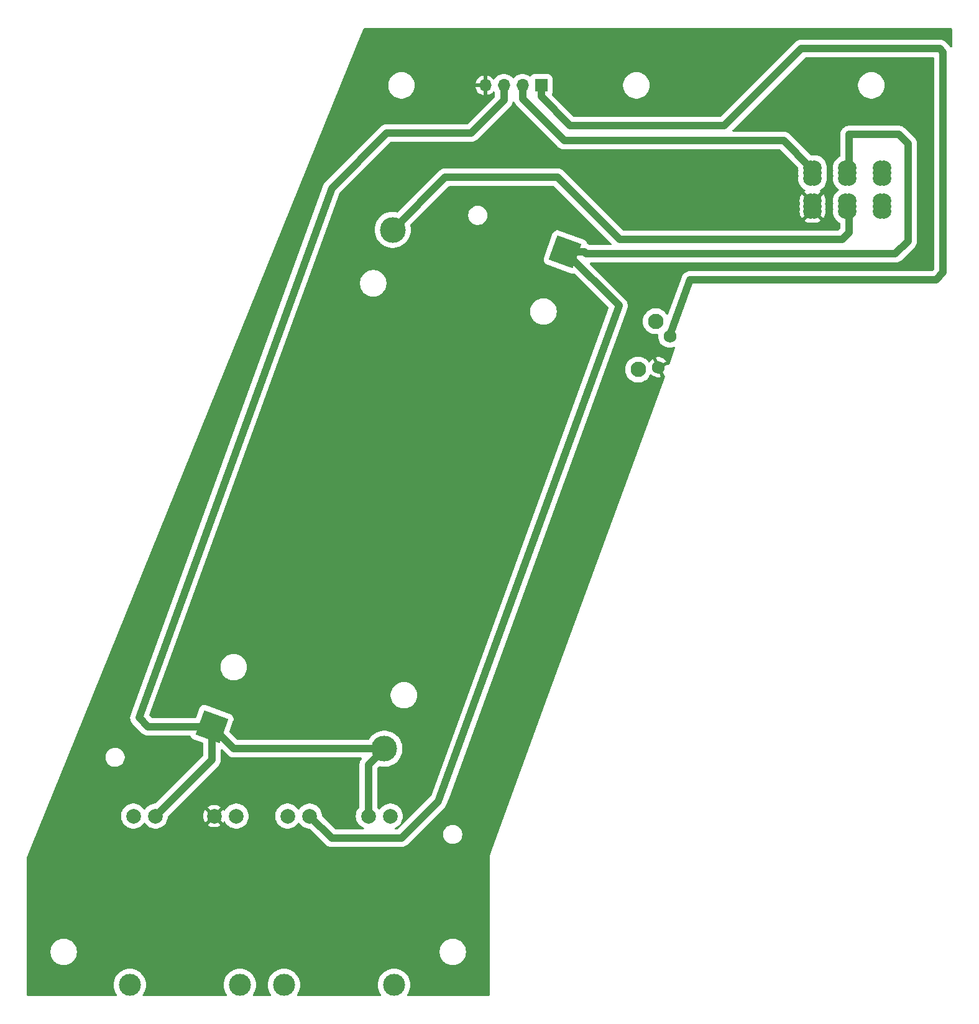
<source format=gbr>
%TF.GenerationSoftware,KiCad,Pcbnew,8.0.3*%
%TF.CreationDate,2025-04-21T22:29:52+02:00*%
%TF.ProjectId,Grip,47726970-2e6b-4696-9361-645f70636258,rev?*%
%TF.SameCoordinates,Original*%
%TF.FileFunction,Copper,L2,Bot*%
%TF.FilePolarity,Positive*%
%FSLAX46Y46*%
G04 Gerber Fmt 4.6, Leading zero omitted, Abs format (unit mm)*
G04 Created by KiCad (PCBNEW 8.0.3) date 2025-04-21 22:29:52*
%MOMM*%
%LPD*%
G01*
G04 APERTURE LIST*
G04 Aperture macros list*
%AMRotRect*
0 Rectangle, with rotation*
0 The origin of the aperture is its center*
0 $1 length*
0 $2 width*
0 $3 Rotation angle, in degrees counterclockwise*
0 Add horizontal line*
21,1,$1,$2,0,0,$3*%
G04 Aperture macros list end*
%TA.AperFunction,ComponentPad*%
%ADD10RotRect,3.500000X3.500000X250.000000*%
%TD*%
%TA.AperFunction,ComponentPad*%
%ADD11C,3.500000*%
%TD*%
%TA.AperFunction,WasherPad*%
%ADD12C,2.000000*%
%TD*%
%TA.AperFunction,ComponentPad*%
%ADD13C,2.000000*%
%TD*%
%TA.AperFunction,ComponentPad*%
%ADD14C,2.100000*%
%TD*%
%TA.AperFunction,ComponentPad*%
%ADD15C,1.750000*%
%TD*%
%TA.AperFunction,ComponentPad*%
%ADD16RotRect,3.500000X3.500000X70.000000*%
%TD*%
%TA.AperFunction,ComponentPad*%
%ADD17C,3.000000*%
%TD*%
%TA.AperFunction,ComponentPad*%
%ADD18R,1.700000X1.700000*%
%TD*%
%TA.AperFunction,ComponentPad*%
%ADD19O,1.700000X1.700000*%
%TD*%
%TA.AperFunction,Conductor*%
%ADD20C,1.000000*%
%TD*%
G04 APERTURE END LIST*
D10*
%TO.P,BT1,1,+*%
%TO.N,Net-(BT1-+)*%
X126312727Y-59671069D03*
D11*
%TO.P,BT1,2,-*%
%TO.N,/B2*%
X101687279Y-127328934D03*
%TD*%
D12*
%TO.P,SW1,*%
%TO.N,*%
X169250000Y-54200000D03*
X169750000Y-54200000D03*
X169250000Y-53450000D03*
X169750000Y-53450000D03*
X169250000Y-52700000D03*
X169750000Y-52700000D03*
X169250000Y-49700000D03*
X169750000Y-49700000D03*
X169250000Y-48950000D03*
X169750000Y-48950000D03*
X169250000Y-48200000D03*
X169750000Y-48200000D03*
D13*
%TO.P,SW1,1,1*%
%TO.N,Net-(BT1-+)*%
X164500000Y-49700000D03*
X165000000Y-49700000D03*
X164500000Y-48950000D03*
X165000000Y-48950000D03*
X164500000Y-48200000D03*
X165000000Y-48200000D03*
%TO.P,SW1,2,2*%
%TO.N,/Bat*%
X159750000Y-49700000D03*
X160250000Y-49700000D03*
X159750000Y-48950000D03*
X160250000Y-48950000D03*
X159750000Y-48200000D03*
X160250000Y-48200000D03*
%TO.P,SW1,3,3*%
%TO.N,Net-(BT2--)*%
X165000000Y-54200000D03*
X164500000Y-54199999D03*
X164500000Y-53450000D03*
X165000000Y-53450000D03*
X164500000Y-52700000D03*
X165000000Y-52700000D03*
%TO.P,SW1,4,4*%
%TO.N,GND*%
X159750000Y-54200000D03*
X160250001Y-54200000D03*
X159750000Y-53450000D03*
X160250000Y-53450000D03*
X159750000Y-52700000D03*
X160250000Y-52700000D03*
%TD*%
D14*
%TO.P,SW2,*%
%TO.N,*%
X138641036Y-69118118D03*
X136243476Y-75705364D03*
D15*
%TO.P,SW2,1,1*%
%TO.N,/Fire_button*%
X140553344Y-71144365D03*
%TO.P,SW2,2,2*%
%TO.N,GND*%
X139014253Y-75372982D03*
%TD*%
D16*
%TO.P,BT2,1,+*%
%TO.N,/B2*%
X78187274Y-124328932D03*
D11*
%TO.P,BT2,2,-*%
%TO.N,Net-(BT2--)*%
X102812722Y-56671066D03*
%TD*%
D17*
%TO.P,REF\u002A\u002A,1*%
%TO.N,N/C*%
X67000000Y-159500000D03*
D13*
X67500000Y-136500000D03*
%TO.N,/B2*%
X70500000Y-136500000D03*
%TO.N,GND*%
X78500000Y-136500000D03*
%TO.N,N/C*%
X81500000Y-136500000D03*
D17*
X82000000Y-159500000D03*
%TD*%
%TO.P,REF\u002A\u002A,1*%
%TO.N,N/C*%
X88000000Y-159500000D03*
D13*
X88500000Y-136500000D03*
%TO.N,Net-(BT1-+)*%
X91500000Y-136500000D03*
%TO.N,/B2*%
X99500000Y-136500000D03*
%TO.N,N/C*%
X102500000Y-136500000D03*
D17*
X103000000Y-159500000D03*
%TD*%
D18*
%TO.P,REF\u002A\u002A,1*%
%TO.N,/Fire_button*%
X123040000Y-37000000D03*
D19*
%TO.P,REF\u002A\u002A,2*%
%TO.N,/Bat*%
X120500000Y-37000000D03*
%TO.P,REF\u002A\u002A,3*%
%TO.N,/B2*%
X117960001Y-37000000D03*
%TO.P,REF\u002A\u002A,4*%
%TO.N,GND*%
X115420000Y-37000000D03*
%TD*%
D20*
%TO.N,Net-(BT1-+)*%
X128912727Y-59671069D02*
X126312727Y-59671069D01*
X129170829Y-59929171D02*
X128912727Y-59671069D01*
%TO.N,/Bat*%
X120500000Y-38828428D02*
X126171572Y-44500000D01*
X120500000Y-37000000D02*
X120500000Y-38828428D01*
X126171572Y-44500000D02*
X156050000Y-44500000D01*
X156050000Y-44500000D02*
X159750000Y-48200000D01*
%TO.N,Net-(BT2--)*%
X165000000Y-57000000D02*
X165000000Y-54200000D01*
X164025000Y-57975000D02*
X165000000Y-57000000D01*
X133725000Y-57975000D02*
X164025000Y-57975000D01*
X125250000Y-49500000D02*
X133725000Y-57975000D01*
X109983788Y-49500000D02*
X125250000Y-49500000D01*
X102812722Y-56671066D02*
X109983788Y-49500000D01*
%TO.N,/Fire_button*%
X177800000Y-62500000D02*
X176800000Y-63500000D01*
X158500000Y-32000000D02*
X177300000Y-32000000D01*
X176800000Y-63500000D02*
X143317520Y-63500000D01*
X148000000Y-42500000D02*
X158500000Y-32000000D01*
X123040000Y-38540000D02*
X127000000Y-42500000D01*
X123040000Y-37000000D02*
X123040000Y-38540000D01*
X143317520Y-63500000D02*
X140518889Y-71168309D01*
X177300000Y-32000000D02*
X177800000Y-32500000D01*
X127000000Y-42500000D02*
X148000000Y-42500000D01*
X177800000Y-32500000D02*
X177800000Y-62500000D01*
%TO.N,Net-(BT1-+)*%
X171270829Y-59929171D02*
X173000000Y-58200000D01*
X173000000Y-44950000D02*
X173000000Y-58200000D01*
X126312727Y-59671069D02*
X126570829Y-59929171D01*
X129170829Y-59929171D02*
X171270829Y-59929171D01*
X133624070Y-66982412D02*
X133624070Y-67000000D01*
X126312727Y-59671069D02*
X133624070Y-66982412D01*
X133624070Y-67000000D02*
X109129921Y-134297119D01*
X91500000Y-136500000D02*
X94500000Y-139500000D01*
X104000000Y-139500000D02*
X109000000Y-134500000D01*
X171750000Y-43700000D02*
X173000000Y-44950000D01*
X165000000Y-43700000D02*
X171750000Y-43700000D01*
X94500000Y-139500000D02*
X104000000Y-139500000D01*
X165000000Y-49700000D02*
X165000000Y-43700000D01*
%TO.N,Net-(BT2--)*%
X102500000Y-56358344D02*
X102812722Y-56671066D01*
%TO.N,/B2*%
X69494536Y-124328932D02*
X68259842Y-123094238D01*
X101687279Y-127328934D02*
X99500000Y-129516213D01*
X68259842Y-123094238D02*
X94500000Y-51000000D01*
X78187274Y-128812726D02*
X78187274Y-124328932D01*
X81187276Y-127328934D02*
X101687279Y-127328934D01*
X78187274Y-124328932D02*
X69494536Y-124328932D01*
X78187274Y-124328932D02*
X81187276Y-127328934D01*
X113500000Y-43500000D02*
X117960001Y-39039999D01*
X94500000Y-51000000D02*
X102000000Y-43500000D01*
X117960001Y-39039999D02*
X117960001Y-37000000D01*
X99500000Y-129516213D02*
X99500000Y-136500000D01*
X70500000Y-136500000D02*
X78187274Y-128812726D01*
X102000000Y-43500000D02*
X113500000Y-43500000D01*
%TD*%
%TA.AperFunction,Conductor*%
%TO.N,GND*%
G36*
X178943039Y-29220185D02*
G01*
X178988794Y-29272989D01*
X179000000Y-29324500D01*
X179000000Y-30000000D01*
X98500205Y-30000000D01*
X98502149Y-29995700D01*
X98865478Y-29269043D01*
X98913064Y-29217887D01*
X98976386Y-29200500D01*
X178876000Y-29200500D01*
X178943039Y-29220185D01*
G37*
%TD.AperFunction*%
%TD*%
%TA.AperFunction,Conductor*%
%TO.N,GND*%
G36*
X179000000Y-31727612D02*
G01*
X178980315Y-31794651D01*
X178927511Y-31840406D01*
X178858353Y-31850350D01*
X178794797Y-31821325D01*
X178775683Y-31800498D01*
X178728182Y-31735120D01*
X178715690Y-31717927D01*
X178582073Y-31584310D01*
X178082074Y-31084310D01*
X177929199Y-30973240D01*
X177760836Y-30887454D01*
X177581118Y-30829059D01*
X177394486Y-30799500D01*
X177394481Y-30799500D01*
X158405519Y-30799500D01*
X158405514Y-30799500D01*
X158218881Y-30829059D01*
X158039163Y-30887454D01*
X157870800Y-30973240D01*
X157717923Y-31084312D01*
X147539055Y-41263181D01*
X147477732Y-41296666D01*
X147451374Y-41299500D01*
X127548625Y-41299500D01*
X127481586Y-41279815D01*
X127460944Y-41263181D01*
X124528285Y-38330522D01*
X124494800Y-38269199D01*
X124499784Y-38199507D01*
X124509847Y-38178694D01*
X124533478Y-38139606D01*
X124584086Y-37977196D01*
X124590500Y-37906616D01*
X124590500Y-36881995D01*
X134199500Y-36881995D01*
X134199500Y-37118004D01*
X134199501Y-37118020D01*
X134224381Y-37307007D01*
X134230307Y-37352014D01*
X134264765Y-37480612D01*
X134291394Y-37579993D01*
X134381714Y-37798045D01*
X134381719Y-37798056D01*
X134437702Y-37895020D01*
X134499727Y-38002450D01*
X134499729Y-38002453D01*
X134499730Y-38002454D01*
X134643406Y-38189697D01*
X134643412Y-38189704D01*
X134810295Y-38356587D01*
X134810301Y-38356592D01*
X134997550Y-38500273D01*
X135098250Y-38558412D01*
X135201943Y-38618280D01*
X135201948Y-38618282D01*
X135201951Y-38618284D01*
X135420007Y-38708606D01*
X135647986Y-38769693D01*
X135881989Y-38800500D01*
X135881996Y-38800500D01*
X136118004Y-38800500D01*
X136118011Y-38800500D01*
X136352014Y-38769693D01*
X136579993Y-38708606D01*
X136798049Y-38618284D01*
X137002450Y-38500273D01*
X137189699Y-38356592D01*
X137356592Y-38189699D01*
X137500273Y-38002450D01*
X137618284Y-37798049D01*
X137708606Y-37579993D01*
X137769693Y-37352014D01*
X137800500Y-37118011D01*
X137800500Y-36881989D01*
X137769693Y-36647986D01*
X137708606Y-36420007D01*
X137618284Y-36201951D01*
X137618282Y-36201948D01*
X137618280Y-36201943D01*
X137555604Y-36093386D01*
X137500273Y-35997550D01*
X137395029Y-35860393D01*
X137356593Y-35810302D01*
X137356587Y-35810295D01*
X137189704Y-35643412D01*
X137189697Y-35643406D01*
X137002454Y-35499730D01*
X137002453Y-35499729D01*
X137002450Y-35499727D01*
X136907151Y-35444706D01*
X136798056Y-35381719D01*
X136798045Y-35381714D01*
X136579993Y-35291394D01*
X136352010Y-35230306D01*
X136118020Y-35199501D01*
X136118017Y-35199500D01*
X136118011Y-35199500D01*
X135881989Y-35199500D01*
X135881983Y-35199500D01*
X135881979Y-35199501D01*
X135647989Y-35230306D01*
X135420006Y-35291394D01*
X135201954Y-35381714D01*
X135201943Y-35381719D01*
X134997545Y-35499730D01*
X134810302Y-35643406D01*
X134810295Y-35643412D01*
X134643412Y-35810295D01*
X134643406Y-35810302D01*
X134499730Y-35997545D01*
X134381719Y-36201943D01*
X134381714Y-36201954D01*
X134291394Y-36420006D01*
X134230306Y-36647989D01*
X134199501Y-36881979D01*
X134199500Y-36881995D01*
X124590500Y-36881995D01*
X124590500Y-36093384D01*
X124584086Y-36022804D01*
X124533478Y-35860394D01*
X124445472Y-35714815D01*
X124445470Y-35714813D01*
X124445469Y-35714811D01*
X124325188Y-35594530D01*
X124179606Y-35506522D01*
X124157800Y-35499727D01*
X124017196Y-35455914D01*
X124017194Y-35455913D01*
X124017192Y-35455913D01*
X123967778Y-35451423D01*
X123946616Y-35449500D01*
X122133384Y-35449500D01*
X122114145Y-35451248D01*
X122062807Y-35455913D01*
X121900393Y-35506522D01*
X121754811Y-35594530D01*
X121634531Y-35714810D01*
X121634531Y-35714811D01*
X121634529Y-35714813D01*
X121634528Y-35714815D01*
X121627424Y-35726567D01*
X121624332Y-35731681D01*
X121572802Y-35778866D01*
X121503942Y-35790703D01*
X121439615Y-35763431D01*
X121437684Y-35761816D01*
X121414181Y-35741742D01*
X121414176Y-35741739D01*
X121206089Y-35614222D01*
X120980618Y-35520830D01*
X120980621Y-35520830D01*
X120874992Y-35495470D01*
X120743302Y-35463854D01*
X120743300Y-35463853D01*
X120743297Y-35463853D01*
X120500000Y-35444706D01*
X120256702Y-35463853D01*
X120019380Y-35520830D01*
X119793910Y-35614222D01*
X119585826Y-35741737D01*
X119585823Y-35741738D01*
X119400241Y-35900241D01*
X119324290Y-35989167D01*
X119265782Y-36027360D01*
X119195914Y-36027858D01*
X119136868Y-35990504D01*
X119135710Y-35989167D01*
X119125140Y-35976792D01*
X119059760Y-35900241D01*
X118897685Y-35761816D01*
X118874177Y-35741738D01*
X118874174Y-35741737D01*
X118666090Y-35614222D01*
X118440619Y-35520830D01*
X118440622Y-35520830D01*
X118334993Y-35495470D01*
X118203303Y-35463854D01*
X118203301Y-35463853D01*
X118203298Y-35463853D01*
X117960001Y-35444706D01*
X117716703Y-35463853D01*
X117479381Y-35520830D01*
X117253911Y-35614222D01*
X117045827Y-35741737D01*
X117045824Y-35741738D01*
X116860242Y-35900241D01*
X116701741Y-36085822D01*
X116672770Y-36133098D01*
X116620957Y-36179973D01*
X116552028Y-36191395D01*
X116487865Y-36163737D01*
X116465468Y-36139430D01*
X116458108Y-36128919D01*
X116291082Y-35961894D01*
X116097578Y-35826399D01*
X115883492Y-35726570D01*
X115883486Y-35726567D01*
X115670000Y-35669364D01*
X115670000Y-36566988D01*
X115612993Y-36534075D01*
X115485826Y-36500000D01*
X115354174Y-36500000D01*
X115227007Y-36534075D01*
X115170000Y-36566988D01*
X115170000Y-35669364D01*
X115169999Y-35669364D01*
X114956513Y-35726567D01*
X114956507Y-35726570D01*
X114742422Y-35826399D01*
X114742420Y-35826400D01*
X114548926Y-35961886D01*
X114548920Y-35961891D01*
X114381891Y-36128920D01*
X114381886Y-36128926D01*
X114246400Y-36322420D01*
X114246399Y-36322422D01*
X114146570Y-36536507D01*
X114146567Y-36536513D01*
X114089364Y-36749999D01*
X114089364Y-36750000D01*
X114986988Y-36750000D01*
X114954075Y-36807007D01*
X114920000Y-36934174D01*
X114920000Y-37065826D01*
X114954075Y-37192993D01*
X114986988Y-37250000D01*
X114089364Y-37250000D01*
X114146567Y-37463486D01*
X114146570Y-37463492D01*
X114246399Y-37677578D01*
X114381894Y-37871082D01*
X114548917Y-38038105D01*
X114742421Y-38173600D01*
X114956507Y-38273429D01*
X114956516Y-38273433D01*
X115170000Y-38330634D01*
X115170000Y-37433012D01*
X115227007Y-37465925D01*
X115354174Y-37500000D01*
X115485826Y-37500000D01*
X115612993Y-37465925D01*
X115670000Y-37433012D01*
X115670000Y-38330633D01*
X115883483Y-38273433D01*
X115883492Y-38273429D01*
X116097578Y-38173600D01*
X116291082Y-38038105D01*
X116458107Y-37871081D01*
X116465465Y-37860573D01*
X116520040Y-37816946D01*
X116589539Y-37809750D01*
X116651894Y-37841270D01*
X116672770Y-37866902D01*
X116701738Y-37914173D01*
X116701739Y-37914175D01*
X116701740Y-37914177D01*
X116701742Y-37914179D01*
X116729792Y-37947021D01*
X116758362Y-38010780D01*
X116759501Y-38027551D01*
X116759501Y-38491373D01*
X116739816Y-38558412D01*
X116723182Y-38579054D01*
X113039055Y-42263181D01*
X112977732Y-42296666D01*
X112951374Y-42299500D01*
X101905514Y-42299500D01*
X101718881Y-42329059D01*
X101539163Y-42387454D01*
X101370800Y-42473240D01*
X101334657Y-42499500D01*
X101217927Y-42584310D01*
X101217925Y-42584312D01*
X101217924Y-42584312D01*
X93667463Y-50134771D01*
X93664352Y-50137776D01*
X93612158Y-50186449D01*
X93612154Y-50186453D01*
X93603863Y-50197065D01*
X93593843Y-50208391D01*
X93584313Y-50217921D01*
X93542361Y-50275661D01*
X93539760Y-50279112D01*
X93495826Y-50335345D01*
X93495820Y-50335356D01*
X93489285Y-50347144D01*
X93481159Y-50359900D01*
X93473241Y-50370799D01*
X93473236Y-50370806D01*
X93440851Y-50434366D01*
X93438821Y-50438184D01*
X93404213Y-50500621D01*
X93404210Y-50500628D01*
X93399601Y-50513290D01*
X93393569Y-50527164D01*
X93387455Y-50539163D01*
X93387453Y-50539168D01*
X93365397Y-50607044D01*
X93363989Y-50611132D01*
X67159449Y-122607514D01*
X67153415Y-122621392D01*
X67147298Y-122633397D01*
X67147290Y-122633417D01*
X67125233Y-122701300D01*
X67123825Y-122705389D01*
X67099429Y-122772418D01*
X67099426Y-122772426D01*
X67096858Y-122785642D01*
X67093069Y-122800294D01*
X67088903Y-122813117D01*
X67088901Y-122813125D01*
X67077740Y-122883588D01*
X67076989Y-122887847D01*
X67063370Y-122957912D01*
X67063369Y-122957922D01*
X67062899Y-122971388D01*
X67061449Y-122986452D01*
X67059342Y-122999756D01*
X67059342Y-123071125D01*
X67059266Y-123075452D01*
X67056776Y-123146758D01*
X67056776Y-123146767D01*
X67058418Y-123160138D01*
X67059342Y-123175247D01*
X67059342Y-123188719D01*
X67070504Y-123259200D01*
X67071106Y-123263483D01*
X67079804Y-123334320D01*
X67083518Y-123347271D01*
X67086794Y-123362050D01*
X67088900Y-123375349D01*
X67088903Y-123375359D01*
X67110955Y-123443230D01*
X67112220Y-123447367D01*
X67131888Y-123515956D01*
X67131894Y-123515971D01*
X67137581Y-123528167D01*
X67143128Y-123542248D01*
X67147291Y-123555060D01*
X67147298Y-123555077D01*
X67179692Y-123618654D01*
X67181589Y-123622542D01*
X67211749Y-123687219D01*
X67211751Y-123687223D01*
X67219280Y-123698385D01*
X67226962Y-123711427D01*
X67233082Y-123723437D01*
X67262084Y-123763355D01*
X67275042Y-123781190D01*
X67277524Y-123784735D01*
X67317416Y-123843878D01*
X67325424Y-123852466D01*
X67326603Y-123853730D01*
X67336226Y-123865404D01*
X67344149Y-123876308D01*
X67344154Y-123876314D01*
X67394611Y-123926771D01*
X67397617Y-123929884D01*
X67446281Y-123982069D01*
X67446288Y-123982076D01*
X67456911Y-123990375D01*
X67468239Y-124000399D01*
X68712462Y-125244622D01*
X68755246Y-125275706D01*
X68865337Y-125355692D01*
X68944883Y-125396222D01*
X69033699Y-125441477D01*
X69033701Y-125441477D01*
X69033704Y-125441479D01*
X69130033Y-125472778D01*
X69213417Y-125499872D01*
X69400050Y-125529432D01*
X69400055Y-125529432D01*
X75164443Y-125529432D01*
X75231482Y-125549117D01*
X75276825Y-125601028D01*
X75345351Y-125747985D01*
X75345358Y-125747995D01*
X75452053Y-125880479D01*
X75555157Y-125959044D01*
X75587360Y-125983583D01*
X75651490Y-126013750D01*
X76905185Y-126470057D01*
X76961448Y-126511482D01*
X76986384Y-126576751D01*
X76986774Y-126586578D01*
X76986774Y-128264100D01*
X76967089Y-128331139D01*
X76950455Y-128351781D01*
X70539055Y-134763181D01*
X70477732Y-134796666D01*
X70451374Y-134799500D01*
X70372559Y-134799500D01*
X70215609Y-134823157D01*
X70120542Y-134837487D01*
X70120539Y-134837488D01*
X70120533Y-134837489D01*
X69876992Y-134912612D01*
X69647373Y-135023190D01*
X69647372Y-135023191D01*
X69436782Y-135166768D01*
X69249952Y-135340121D01*
X69249950Y-135340123D01*
X69096947Y-135531982D01*
X69039758Y-135572122D01*
X68969947Y-135574972D01*
X68909677Y-135539626D01*
X68903053Y-135531982D01*
X68888488Y-135513718D01*
X68750050Y-135340123D01*
X68563217Y-135166768D01*
X68352634Y-135023195D01*
X68352630Y-135023193D01*
X68352627Y-135023191D01*
X68352626Y-135023190D01*
X68123006Y-134912612D01*
X68123008Y-134912612D01*
X67879466Y-134837489D01*
X67879462Y-134837488D01*
X67879458Y-134837487D01*
X67758231Y-134819214D01*
X67627440Y-134799500D01*
X67627435Y-134799500D01*
X67372565Y-134799500D01*
X67372559Y-134799500D01*
X67215609Y-134823157D01*
X67120542Y-134837487D01*
X67120539Y-134837488D01*
X67120533Y-134837489D01*
X66876992Y-134912612D01*
X66647373Y-135023190D01*
X66647372Y-135023191D01*
X66436782Y-135166768D01*
X66249952Y-135340121D01*
X66249950Y-135340123D01*
X66091041Y-135539388D01*
X65963608Y-135760109D01*
X65870492Y-135997362D01*
X65870490Y-135997369D01*
X65813777Y-136245845D01*
X65794732Y-136499995D01*
X65794732Y-136500004D01*
X65813777Y-136754154D01*
X65867314Y-136988717D01*
X65870492Y-137002637D01*
X65963607Y-137239888D01*
X66091041Y-137460612D01*
X66249950Y-137659877D01*
X66436783Y-137833232D01*
X66647366Y-137976805D01*
X66647371Y-137976807D01*
X66647372Y-137976808D01*
X66647373Y-137976809D01*
X66769328Y-138035538D01*
X66876992Y-138087387D01*
X66876993Y-138087387D01*
X66876996Y-138087389D01*
X67120542Y-138162513D01*
X67372565Y-138200500D01*
X67627435Y-138200500D01*
X67879458Y-138162513D01*
X68123004Y-138087389D01*
X68352634Y-137976805D01*
X68563217Y-137833232D01*
X68750050Y-137659877D01*
X68903054Y-137468015D01*
X68960241Y-137427877D01*
X69030053Y-137425027D01*
X69090323Y-137460373D01*
X69096938Y-137468006D01*
X69249950Y-137659877D01*
X69436783Y-137833232D01*
X69647366Y-137976805D01*
X69647371Y-137976807D01*
X69647372Y-137976808D01*
X69647373Y-137976809D01*
X69769328Y-138035538D01*
X69876992Y-138087387D01*
X69876993Y-138087387D01*
X69876996Y-138087389D01*
X70120542Y-138162513D01*
X70372565Y-138200500D01*
X70627435Y-138200500D01*
X70879458Y-138162513D01*
X71123004Y-138087389D01*
X71352634Y-137976805D01*
X71563217Y-137833232D01*
X71750050Y-137659877D01*
X71908959Y-137460612D01*
X72036393Y-137239888D01*
X72129508Y-137002637D01*
X72186222Y-136754157D01*
X72202437Y-136537766D01*
X72216671Y-136499994D01*
X76994859Y-136499994D01*
X76994859Y-136500005D01*
X77015385Y-136747729D01*
X77015387Y-136747738D01*
X77076412Y-136988717D01*
X77176266Y-137216364D01*
X77276564Y-137369882D01*
X78017037Y-136629409D01*
X78034075Y-136692993D01*
X78099901Y-136807007D01*
X78192993Y-136900099D01*
X78307007Y-136965925D01*
X78370590Y-136982962D01*
X77629942Y-137723609D01*
X77676768Y-137760055D01*
X77676770Y-137760056D01*
X77895385Y-137878364D01*
X77895396Y-137878369D01*
X78130506Y-137959083D01*
X78375707Y-138000000D01*
X78624293Y-138000000D01*
X78869493Y-137959083D01*
X79104603Y-137878369D01*
X79104614Y-137878364D01*
X79323228Y-137760057D01*
X79323231Y-137760055D01*
X79370056Y-137723609D01*
X78629409Y-136982962D01*
X78692993Y-136965925D01*
X78807007Y-136900099D01*
X78900099Y-136807007D01*
X78965925Y-136692993D01*
X78982962Y-136629410D01*
X79723434Y-137369882D01*
X79780445Y-137282622D01*
X79833591Y-137237266D01*
X79902822Y-137227842D01*
X79966158Y-137257344D01*
X79991640Y-137288444D01*
X80038658Y-137369882D01*
X80091041Y-137460612D01*
X80249950Y-137659877D01*
X80436783Y-137833232D01*
X80647366Y-137976805D01*
X80647371Y-137976807D01*
X80647372Y-137976808D01*
X80647373Y-137976809D01*
X80769328Y-138035538D01*
X80876992Y-138087387D01*
X80876993Y-138087387D01*
X80876996Y-138087389D01*
X81120542Y-138162513D01*
X81372565Y-138200500D01*
X81627435Y-138200500D01*
X81879458Y-138162513D01*
X82123004Y-138087389D01*
X82352634Y-137976805D01*
X82563217Y-137833232D01*
X82750050Y-137659877D01*
X82908959Y-137460612D01*
X83036393Y-137239888D01*
X83129508Y-137002637D01*
X83186222Y-136754157D01*
X83205268Y-136500000D01*
X83186222Y-136245843D01*
X83129508Y-135997363D01*
X83036393Y-135760112D01*
X82908959Y-135539388D01*
X82750050Y-135340123D01*
X82563217Y-135166768D01*
X82352634Y-135023195D01*
X82352630Y-135023193D01*
X82352627Y-135023191D01*
X82352626Y-135023190D01*
X82123006Y-134912612D01*
X82123008Y-134912612D01*
X81879466Y-134837489D01*
X81879462Y-134837488D01*
X81879458Y-134837487D01*
X81758231Y-134819214D01*
X81627440Y-134799500D01*
X81627435Y-134799500D01*
X81372565Y-134799500D01*
X81372559Y-134799500D01*
X81215609Y-134823157D01*
X81120542Y-134837487D01*
X81120539Y-134837488D01*
X81120533Y-134837489D01*
X80876992Y-134912612D01*
X80647373Y-135023190D01*
X80647372Y-135023191D01*
X80436782Y-135166768D01*
X80249952Y-135340121D01*
X80249950Y-135340123D01*
X80091041Y-135539388D01*
X79991640Y-135711555D01*
X79941073Y-135759771D01*
X79872466Y-135772993D01*
X79807601Y-135747025D01*
X79780445Y-135717377D01*
X79723434Y-135630116D01*
X78982962Y-136370589D01*
X78965925Y-136307007D01*
X78900099Y-136192993D01*
X78807007Y-136099901D01*
X78692993Y-136034075D01*
X78629410Y-136017037D01*
X79370057Y-135276390D01*
X79370056Y-135276389D01*
X79323229Y-135239943D01*
X79104614Y-135121635D01*
X79104603Y-135121630D01*
X78869493Y-135040916D01*
X78624293Y-135000000D01*
X78375707Y-135000000D01*
X78130506Y-135040916D01*
X77895396Y-135121630D01*
X77895390Y-135121632D01*
X77676761Y-135239949D01*
X77629942Y-135276388D01*
X77629942Y-135276390D01*
X78370590Y-136017037D01*
X78307007Y-136034075D01*
X78192993Y-136099901D01*
X78099901Y-136192993D01*
X78034075Y-136307007D01*
X78017037Y-136370589D01*
X77276564Y-135630116D01*
X77176267Y-135783632D01*
X77076412Y-136011282D01*
X77015387Y-136252261D01*
X77015385Y-136252270D01*
X76994859Y-136499994D01*
X72216671Y-136499994D01*
X72227075Y-136472387D01*
X72238402Y-136459360D01*
X79102964Y-129594800D01*
X79214034Y-129441925D01*
X79299821Y-129273558D01*
X79358214Y-129093844D01*
X79373201Y-128999219D01*
X79387774Y-128907213D01*
X79387774Y-127526557D01*
X79407459Y-127459518D01*
X79460263Y-127413763D01*
X79529421Y-127403819D01*
X79592977Y-127432844D01*
X79599443Y-127438865D01*
X80405203Y-128244624D01*
X80558077Y-128355694D01*
X80637623Y-128396224D01*
X80726439Y-128441479D01*
X80726441Y-128441479D01*
X80726444Y-128441481D01*
X80822773Y-128472780D01*
X80906157Y-128499874D01*
X81092790Y-128529434D01*
X81092795Y-128529434D01*
X81281758Y-128529434D01*
X98490168Y-128529434D01*
X98557207Y-128549119D01*
X98602962Y-128601923D01*
X98612906Y-128671081D01*
X98586413Y-128729644D01*
X98587174Y-128730197D01*
X98584497Y-128733880D01*
X98584460Y-128733964D01*
X98584306Y-128734143D01*
X98494800Y-128857339D01*
X98494799Y-128857340D01*
X98473242Y-128887009D01*
X98387454Y-129055376D01*
X98329059Y-129235094D01*
X98299500Y-129421726D01*
X98299500Y-135240046D01*
X98279815Y-135307085D01*
X98259845Y-135330941D01*
X98249955Y-135340117D01*
X98249949Y-135340123D01*
X98091041Y-135539388D01*
X97963608Y-135760109D01*
X97870492Y-135997362D01*
X97870490Y-135997369D01*
X97813777Y-136245845D01*
X97794732Y-136499995D01*
X97794732Y-136500004D01*
X97813777Y-136754154D01*
X97867314Y-136988717D01*
X97870492Y-137002637D01*
X97963607Y-137239888D01*
X98091041Y-137460612D01*
X98249950Y-137659877D01*
X98436783Y-137833232D01*
X98647366Y-137976805D01*
X98647371Y-137976807D01*
X98647372Y-137976808D01*
X98647374Y-137976809D01*
X98827971Y-138063780D01*
X98879831Y-138110602D01*
X98898144Y-138178029D01*
X98877096Y-138244653D01*
X98823370Y-138289322D01*
X98774170Y-138299500D01*
X95048625Y-138299500D01*
X94981586Y-138279815D01*
X94960944Y-138263181D01*
X93238409Y-136540646D01*
X93204924Y-136479323D01*
X93202438Y-136462240D01*
X93186222Y-136245843D01*
X93129508Y-135997363D01*
X93036393Y-135760112D01*
X92908959Y-135539388D01*
X92750050Y-135340123D01*
X92563217Y-135166768D01*
X92352634Y-135023195D01*
X92352630Y-135023193D01*
X92352627Y-135023191D01*
X92352626Y-135023190D01*
X92123006Y-134912612D01*
X92123008Y-134912612D01*
X91879466Y-134837489D01*
X91879462Y-134837488D01*
X91879458Y-134837487D01*
X91758231Y-134819214D01*
X91627440Y-134799500D01*
X91627435Y-134799500D01*
X91372565Y-134799500D01*
X91372559Y-134799500D01*
X91215609Y-134823157D01*
X91120542Y-134837487D01*
X91120539Y-134837488D01*
X91120533Y-134837489D01*
X90876992Y-134912612D01*
X90647373Y-135023190D01*
X90647372Y-135023191D01*
X90436782Y-135166768D01*
X90249952Y-135340121D01*
X90249950Y-135340123D01*
X90096947Y-135531982D01*
X90039758Y-135572122D01*
X89969947Y-135574972D01*
X89909677Y-135539626D01*
X89903053Y-135531982D01*
X89888488Y-135513718D01*
X89750050Y-135340123D01*
X89563217Y-135166768D01*
X89352634Y-135023195D01*
X89352630Y-135023193D01*
X89352627Y-135023191D01*
X89352626Y-135023190D01*
X89123006Y-134912612D01*
X89123008Y-134912612D01*
X88879466Y-134837489D01*
X88879462Y-134837488D01*
X88879458Y-134837487D01*
X88758231Y-134819214D01*
X88627440Y-134799500D01*
X88627435Y-134799500D01*
X88372565Y-134799500D01*
X88372559Y-134799500D01*
X88215609Y-134823157D01*
X88120542Y-134837487D01*
X88120539Y-134837488D01*
X88120533Y-134837489D01*
X87876992Y-134912612D01*
X87647373Y-135023190D01*
X87647372Y-135023191D01*
X87436782Y-135166768D01*
X87249952Y-135340121D01*
X87249950Y-135340123D01*
X87091041Y-135539388D01*
X86963608Y-135760109D01*
X86870492Y-135997362D01*
X86870490Y-135997369D01*
X86813777Y-136245845D01*
X86794732Y-136499995D01*
X86794732Y-136500004D01*
X86813777Y-136754154D01*
X86867314Y-136988717D01*
X86870492Y-137002637D01*
X86963607Y-137239888D01*
X87091041Y-137460612D01*
X87249950Y-137659877D01*
X87436783Y-137833232D01*
X87647366Y-137976805D01*
X87647371Y-137976807D01*
X87647372Y-137976808D01*
X87647373Y-137976809D01*
X87769328Y-138035538D01*
X87876992Y-138087387D01*
X87876993Y-138087387D01*
X87876996Y-138087389D01*
X88120542Y-138162513D01*
X88372565Y-138200500D01*
X88627435Y-138200500D01*
X88879458Y-138162513D01*
X89123004Y-138087389D01*
X89352634Y-137976805D01*
X89563217Y-137833232D01*
X89750050Y-137659877D01*
X89903054Y-137468015D01*
X89960241Y-137427877D01*
X90030053Y-137425027D01*
X90090323Y-137460373D01*
X90096938Y-137468006D01*
X90249950Y-137659877D01*
X90436783Y-137833232D01*
X90647366Y-137976805D01*
X90647371Y-137976807D01*
X90647372Y-137976808D01*
X90647373Y-137976809D01*
X90769328Y-138035538D01*
X90876992Y-138087387D01*
X90876993Y-138087387D01*
X90876996Y-138087389D01*
X91120542Y-138162513D01*
X91372565Y-138200500D01*
X91451374Y-138200500D01*
X91518413Y-138220185D01*
X91539055Y-138236819D01*
X93584310Y-140282073D01*
X93717927Y-140415690D01*
X93870801Y-140526760D01*
X93950347Y-140567290D01*
X94039163Y-140612545D01*
X94039165Y-140612545D01*
X94039168Y-140612547D01*
X94135497Y-140643846D01*
X94218881Y-140670940D01*
X94405514Y-140700500D01*
X94405519Y-140700500D01*
X104094486Y-140700500D01*
X104281118Y-140670940D01*
X104460832Y-140612547D01*
X104629199Y-140526760D01*
X104782074Y-140415690D01*
X106300116Y-138897648D01*
X109699500Y-138897648D01*
X109699500Y-139102351D01*
X109731522Y-139304534D01*
X109794781Y-139499223D01*
X109887715Y-139681613D01*
X110008028Y-139847213D01*
X110152786Y-139991971D01*
X110307749Y-140104556D01*
X110318390Y-140112287D01*
X110434607Y-140171503D01*
X110500776Y-140205218D01*
X110500778Y-140205218D01*
X110500781Y-140205220D01*
X110605137Y-140239127D01*
X110695465Y-140268477D01*
X110781306Y-140282073D01*
X110897648Y-140300500D01*
X110897649Y-140300500D01*
X111102351Y-140300500D01*
X111102352Y-140300500D01*
X111304534Y-140268477D01*
X111499219Y-140205220D01*
X111681610Y-140112287D01*
X111774590Y-140044732D01*
X111847213Y-139991971D01*
X111847215Y-139991968D01*
X111847219Y-139991966D01*
X111991966Y-139847219D01*
X111991968Y-139847215D01*
X111991971Y-139847213D01*
X112044732Y-139774590D01*
X112112287Y-139681610D01*
X112205220Y-139499219D01*
X112268477Y-139304534D01*
X112300500Y-139102352D01*
X112300500Y-138897648D01*
X112268477Y-138695466D01*
X112205220Y-138500781D01*
X112205218Y-138500778D01*
X112205218Y-138500776D01*
X112171503Y-138434607D01*
X112112287Y-138318390D01*
X112072176Y-138263181D01*
X111991971Y-138152786D01*
X111847213Y-138008028D01*
X111681613Y-137887715D01*
X111681612Y-137887714D01*
X111681610Y-137887713D01*
X111624653Y-137858691D01*
X111499223Y-137794781D01*
X111304534Y-137731522D01*
X111129995Y-137703878D01*
X111102352Y-137699500D01*
X110897648Y-137699500D01*
X110873329Y-137703351D01*
X110695465Y-137731522D01*
X110500776Y-137794781D01*
X110318386Y-137887715D01*
X110152786Y-138008028D01*
X110008028Y-138152786D01*
X109887715Y-138318386D01*
X109794781Y-138500776D01*
X109731522Y-138695465D01*
X109699500Y-138897648D01*
X106300116Y-138897648D01*
X109915690Y-135282073D01*
X110026760Y-135129199D01*
X110065351Y-135053457D01*
X110078118Y-135033417D01*
X110134097Y-134961769D01*
X110225708Y-134796497D01*
X110606187Y-133751141D01*
X131095991Y-77455864D01*
X134724464Y-67486716D01*
X134730502Y-67472832D01*
X134736617Y-67460832D01*
X134758680Y-67392923D01*
X134760054Y-67388933D01*
X134784485Y-67321813D01*
X134787057Y-67308577D01*
X134790842Y-67293942D01*
X134795010Y-67281118D01*
X134806179Y-67210590D01*
X134806924Y-67206374D01*
X134820540Y-67136329D01*
X134820542Y-67136321D01*
X134821011Y-67122847D01*
X134822461Y-67107788D01*
X134824570Y-67094481D01*
X134824570Y-67023112D01*
X134824646Y-67018785D01*
X134825418Y-66996663D01*
X134827136Y-66947474D01*
X134825494Y-66934099D01*
X134824570Y-66918991D01*
X134824570Y-66887925D01*
X134795010Y-66701293D01*
X134767916Y-66617909D01*
X134736617Y-66521580D01*
X134736615Y-66521577D01*
X134736615Y-66521575D01*
X134650829Y-66353212D01*
X134608128Y-66294439D01*
X134539760Y-66200338D01*
X129680774Y-61341352D01*
X129647289Y-61280029D01*
X129652273Y-61210337D01*
X129694145Y-61154404D01*
X129759609Y-61129987D01*
X129768455Y-61129671D01*
X171365315Y-61129671D01*
X171551947Y-61100111D01*
X171582674Y-61090127D01*
X171731661Y-61041718D01*
X171900028Y-60955931D01*
X172052903Y-60844861D01*
X173915690Y-58982074D01*
X174026760Y-58829199D01*
X174112547Y-58660832D01*
X174170940Y-58481118D01*
X174184077Y-58398168D01*
X174200500Y-58294487D01*
X174200500Y-44855513D01*
X174170940Y-44668881D01*
X174112545Y-44489163D01*
X174026759Y-44320800D01*
X173998623Y-44282074D01*
X173998623Y-44282073D01*
X173998621Y-44282072D01*
X173965449Y-44236414D01*
X173915693Y-44167929D01*
X172532076Y-42784312D01*
X172532074Y-42784310D01*
X172379199Y-42673240D01*
X172210836Y-42587454D01*
X172031118Y-42529059D01*
X171844486Y-42499500D01*
X171844481Y-42499500D01*
X165094481Y-42499500D01*
X164905519Y-42499500D01*
X164905514Y-42499500D01*
X164718881Y-42529059D01*
X164539163Y-42587454D01*
X164370800Y-42673240D01*
X164283579Y-42736610D01*
X164217927Y-42784310D01*
X164217925Y-42784312D01*
X164217924Y-42784312D01*
X164084312Y-42917924D01*
X164084312Y-42917925D01*
X164084310Y-42917927D01*
X164036610Y-42983579D01*
X163973240Y-43070800D01*
X163887454Y-43239163D01*
X163829059Y-43418881D01*
X163799500Y-43605513D01*
X163799500Y-46572016D01*
X163779815Y-46639055D01*
X163729302Y-46683736D01*
X163647370Y-46723192D01*
X163436782Y-46866768D01*
X163249952Y-47040121D01*
X163249950Y-47040123D01*
X163091041Y-47239388D01*
X162963608Y-47460109D01*
X162870492Y-47697362D01*
X162870490Y-47697369D01*
X162813777Y-47945845D01*
X162794732Y-48199995D01*
X162794732Y-48200004D01*
X162813777Y-48454155D01*
X162813777Y-48454157D01*
X162835061Y-48547408D01*
X162835061Y-48602592D01*
X162813777Y-48695842D01*
X162813777Y-48695844D01*
X162794732Y-48949995D01*
X162794732Y-48950004D01*
X162813777Y-49204155D01*
X162813777Y-49204157D01*
X162835061Y-49297408D01*
X162835061Y-49352592D01*
X162813777Y-49445842D01*
X162813777Y-49445844D01*
X162794732Y-49699995D01*
X162794732Y-49700004D01*
X162813777Y-49954154D01*
X162866796Y-50186446D01*
X162870492Y-50202637D01*
X162963607Y-50439888D01*
X163091041Y-50660612D01*
X163249950Y-50859877D01*
X163436783Y-51033232D01*
X163436786Y-51033234D01*
X163531115Y-51097547D01*
X163575417Y-51151575D01*
X163583475Y-51220979D01*
X163552733Y-51283722D01*
X163531115Y-51302453D01*
X163436786Y-51366765D01*
X163249952Y-51540121D01*
X163249950Y-51540123D01*
X163091041Y-51739388D01*
X162963608Y-51960109D01*
X162870492Y-52197362D01*
X162870490Y-52197369D01*
X162813777Y-52445845D01*
X162794732Y-52699995D01*
X162794732Y-52700004D01*
X162813777Y-52954155D01*
X162813777Y-52954157D01*
X162835061Y-53047408D01*
X162835061Y-53102592D01*
X162813777Y-53195842D01*
X162813777Y-53195844D01*
X162794732Y-53449995D01*
X162794732Y-53450004D01*
X162813777Y-53704155D01*
X162835061Y-53797406D01*
X162835061Y-53852591D01*
X162813777Y-53945841D01*
X162813777Y-53945843D01*
X162794732Y-54199994D01*
X162794732Y-54200003D01*
X162813777Y-54454153D01*
X162870490Y-54702629D01*
X162870492Y-54702636D01*
X162963607Y-54939887D01*
X163091041Y-55160611D01*
X163249950Y-55359876D01*
X163436783Y-55533231D01*
X163647366Y-55676804D01*
X163729304Y-55716262D01*
X163781161Y-55763083D01*
X163799500Y-55827981D01*
X163799500Y-56451374D01*
X163779815Y-56518413D01*
X163763181Y-56539055D01*
X163564055Y-56738181D01*
X163502732Y-56771666D01*
X163476374Y-56774500D01*
X134273625Y-56774500D01*
X134206586Y-56754815D01*
X134185944Y-56738181D01*
X126032076Y-48584312D01*
X126032075Y-48584311D01*
X126032074Y-48584310D01*
X125879199Y-48473240D01*
X125710836Y-48387454D01*
X125531118Y-48329059D01*
X125344486Y-48299500D01*
X125344481Y-48299500D01*
X110078270Y-48299500D01*
X109889307Y-48299500D01*
X109889302Y-48299500D01*
X109702669Y-48329059D01*
X109522951Y-48387454D01*
X109354588Y-48473240D01*
X109267367Y-48536610D01*
X109201715Y-48584310D01*
X109201713Y-48584312D01*
X109201712Y-48584312D01*
X103524930Y-54261092D01*
X103463607Y-54294577D01*
X103406412Y-54293515D01*
X103272811Y-54259212D01*
X103272798Y-54259210D01*
X102966905Y-54220566D01*
X102966894Y-54220566D01*
X102658550Y-54220566D01*
X102658538Y-54220566D01*
X102352645Y-54259210D01*
X102352632Y-54259212D01*
X102053978Y-54335893D01*
X102053975Y-54335894D01*
X101767295Y-54449398D01*
X101767294Y-54449399D01*
X101497082Y-54597950D01*
X101497070Y-54597957D01*
X101247634Y-54779183D01*
X101247624Y-54779191D01*
X101022854Y-54990265D01*
X101011050Y-55004534D01*
X100849989Y-55199223D01*
X100826299Y-55227859D01*
X100661088Y-55488192D01*
X100661084Y-55488198D01*
X100529802Y-55767186D01*
X100529800Y-55767191D01*
X100434517Y-56060442D01*
X100376737Y-56363333D01*
X100376736Y-56363340D01*
X100357377Y-56671060D01*
X100357377Y-56671071D01*
X100376736Y-56978791D01*
X100376737Y-56978798D01*
X100434517Y-57281689D01*
X100529800Y-57574940D01*
X100529802Y-57574945D01*
X100661084Y-57853933D01*
X100661088Y-57853939D01*
X100826299Y-58114272D01*
X100826301Y-58114275D01*
X100826306Y-58114282D01*
X101022853Y-58351865D01*
X101160488Y-58481114D01*
X101247624Y-58562940D01*
X101247634Y-58562948D01*
X101497070Y-58744174D01*
X101497075Y-58744176D01*
X101497082Y-58744182D01*
X101767287Y-58892729D01*
X101767292Y-58892731D01*
X101767294Y-58892732D01*
X101767295Y-58892733D01*
X102053975Y-59006237D01*
X102053978Y-59006238D01*
X102352632Y-59082919D01*
X102352636Y-59082920D01*
X102416813Y-59091027D01*
X102658538Y-59121565D01*
X102658547Y-59121565D01*
X102658550Y-59121566D01*
X102658552Y-59121566D01*
X102966892Y-59121566D01*
X102966894Y-59121566D01*
X102966897Y-59121565D01*
X102966905Y-59121565D01*
X103149444Y-59098504D01*
X103272808Y-59082920D01*
X103571465Y-59006238D01*
X103571468Y-59006237D01*
X103858148Y-58892733D01*
X103858149Y-58892732D01*
X103858147Y-58892732D01*
X103858157Y-58892729D01*
X104128362Y-58744182D01*
X104377818Y-58562942D01*
X104602591Y-58351865D01*
X104799138Y-58114282D01*
X104964357Y-57853937D01*
X105095644Y-57574939D01*
X105190928Y-57281685D01*
X105248706Y-56978802D01*
X105248707Y-56978791D01*
X105268067Y-56671071D01*
X105268067Y-56671060D01*
X105248707Y-56363340D01*
X105248706Y-56363336D01*
X105248706Y-56363330D01*
X105192043Y-56066295D01*
X105198817Y-55996760D01*
X105226164Y-55955386D01*
X106583902Y-54597648D01*
X113099500Y-54597648D01*
X113099500Y-54802351D01*
X113131522Y-55004534D01*
X113194781Y-55199223D01*
X113258691Y-55324653D01*
X113281315Y-55369054D01*
X113287715Y-55381613D01*
X113408028Y-55547213D01*
X113552786Y-55691971D01*
X113707749Y-55804556D01*
X113718390Y-55812287D01*
X113816958Y-55862510D01*
X113900776Y-55905218D01*
X113900778Y-55905218D01*
X113900781Y-55905220D01*
X114005137Y-55939127D01*
X114095465Y-55968477D01*
X114196557Y-55984488D01*
X114297648Y-56000500D01*
X114297649Y-56000500D01*
X114502351Y-56000500D01*
X114502352Y-56000500D01*
X114704534Y-55968477D01*
X114899219Y-55905220D01*
X115081610Y-55812287D01*
X115213781Y-55716260D01*
X115247213Y-55691971D01*
X115247215Y-55691968D01*
X115247219Y-55691966D01*
X115391966Y-55547219D01*
X115391968Y-55547215D01*
X115391971Y-55547213D01*
X115504074Y-55392914D01*
X115512287Y-55381610D01*
X115605220Y-55199219D01*
X115668477Y-55004534D01*
X115700500Y-54802352D01*
X115700500Y-54597648D01*
X115677773Y-54454156D01*
X115668477Y-54395465D01*
X115624205Y-54259210D01*
X115605220Y-54200781D01*
X115605218Y-54200778D01*
X115605218Y-54200776D01*
X115571282Y-54134174D01*
X115512287Y-54018390D01*
X115504017Y-54007007D01*
X115391971Y-53852786D01*
X115247213Y-53708028D01*
X115081613Y-53587715D01*
X115081612Y-53587714D01*
X115081610Y-53587713D01*
X115024653Y-53558691D01*
X114899223Y-53494781D01*
X114704534Y-53431522D01*
X114529995Y-53403878D01*
X114502352Y-53399500D01*
X114297648Y-53399500D01*
X114273329Y-53403351D01*
X114095465Y-53431522D01*
X113900776Y-53494781D01*
X113718386Y-53587715D01*
X113552786Y-53708028D01*
X113408028Y-53852786D01*
X113287715Y-54018386D01*
X113194781Y-54200776D01*
X113131522Y-54395465D01*
X113099500Y-54597648D01*
X106583902Y-54597648D01*
X110444732Y-50736819D01*
X110506055Y-50703334D01*
X110532413Y-50700500D01*
X124701374Y-50700500D01*
X124768413Y-50720185D01*
X124789055Y-50736819D01*
X128754873Y-54702637D01*
X132569227Y-58516990D01*
X132602712Y-58578313D01*
X132597728Y-58648005D01*
X132555856Y-58703938D01*
X132490392Y-58728355D01*
X132481546Y-58728671D01*
X129698331Y-58728671D01*
X129631292Y-58708986D01*
X129625446Y-58704989D01*
X129541929Y-58644311D01*
X129541928Y-58644310D01*
X129541926Y-58644309D01*
X129487985Y-58616824D01*
X129373559Y-58558521D01*
X129317819Y-58540410D01*
X129260144Y-58500972D01*
X129234481Y-58446466D01*
X129226539Y-58406185D01*
X129154647Y-58252011D01*
X129136235Y-58229149D01*
X129047947Y-58119521D01*
X128912641Y-58016418D01*
X128848511Y-57986251D01*
X128484987Y-57853939D01*
X125453193Y-56750456D01*
X125453172Y-56750449D01*
X125384670Y-56732341D01*
X125384662Y-56732340D01*
X125214744Y-56724349D01*
X125214738Y-56724349D01*
X125047842Y-56757257D01*
X124893671Y-56829148D01*
X124893663Y-56829153D01*
X124761179Y-56935848D01*
X124658076Y-57071154D01*
X124627907Y-57135289D01*
X123392114Y-60530602D01*
X123392107Y-60530623D01*
X123373999Y-60599125D01*
X123373998Y-60599133D01*
X123366007Y-60769051D01*
X123366007Y-60769057D01*
X123380954Y-60844861D01*
X123398915Y-60935953D01*
X123470807Y-61090127D01*
X123470810Y-61090131D01*
X123470811Y-61090132D01*
X123577506Y-61222616D01*
X123680610Y-61301181D01*
X123712813Y-61325720D01*
X123776943Y-61355887D01*
X127172270Y-62591685D01*
X127172279Y-62591687D01*
X127172281Y-62591688D01*
X127240783Y-62609796D01*
X127240785Y-62609796D01*
X127240788Y-62609797D01*
X127410712Y-62617789D01*
X127471921Y-62605720D01*
X127541501Y-62612063D01*
X127583590Y-62639696D01*
X132183223Y-67239329D01*
X132216708Y-67300652D01*
X132212064Y-67369420D01*
X108060497Y-133725308D01*
X108031656Y-133770579D01*
X103539055Y-138263181D01*
X103477732Y-138296666D01*
X103451374Y-138299500D01*
X103225830Y-138299500D01*
X103158791Y-138279815D01*
X103113036Y-138227011D01*
X103103092Y-138157853D01*
X103132117Y-138094297D01*
X103172029Y-138063780D01*
X103287786Y-138008034D01*
X103352634Y-137976805D01*
X103563217Y-137833232D01*
X103750050Y-137659877D01*
X103908959Y-137460612D01*
X104036393Y-137239888D01*
X104129508Y-137002637D01*
X104186222Y-136754157D01*
X104205268Y-136500000D01*
X104186222Y-136245843D01*
X104129508Y-135997363D01*
X104036393Y-135760112D01*
X103908959Y-135539388D01*
X103750050Y-135340123D01*
X103563217Y-135166768D01*
X103352634Y-135023195D01*
X103352630Y-135023193D01*
X103352627Y-135023191D01*
X103352626Y-135023190D01*
X103123006Y-134912612D01*
X103123008Y-134912612D01*
X102879466Y-134837489D01*
X102879462Y-134837488D01*
X102879458Y-134837487D01*
X102758231Y-134819214D01*
X102627440Y-134799500D01*
X102627435Y-134799500D01*
X102372565Y-134799500D01*
X102372559Y-134799500D01*
X102215609Y-134823157D01*
X102120542Y-134837487D01*
X102120539Y-134837488D01*
X102120533Y-134837489D01*
X101876992Y-134912612D01*
X101647373Y-135023190D01*
X101647372Y-135023191D01*
X101436782Y-135166768D01*
X101249952Y-135340121D01*
X101249950Y-135340123D01*
X101096947Y-135531982D01*
X101039758Y-135572122D01*
X100969947Y-135574972D01*
X100909677Y-135539626D01*
X100903053Y-135531982D01*
X100750050Y-135340123D01*
X100750044Y-135340117D01*
X100740155Y-135330941D01*
X100704403Y-135270912D01*
X100700500Y-135240046D01*
X100700500Y-130064837D01*
X100720185Y-129997798D01*
X100736815Y-129977160D01*
X100975070Y-129738904D01*
X101036391Y-129705421D01*
X101093584Y-129706482D01*
X101227193Y-129740788D01*
X101227197Y-129740788D01*
X101227199Y-129740789D01*
X101533095Y-129779433D01*
X101533104Y-129779433D01*
X101533107Y-129779434D01*
X101533109Y-129779434D01*
X101841449Y-129779434D01*
X101841451Y-129779434D01*
X101841454Y-129779433D01*
X101841462Y-129779433D01*
X102024001Y-129756372D01*
X102147365Y-129740788D01*
X102446022Y-129664106D01*
X102446025Y-129664105D01*
X102732705Y-129550601D01*
X102732706Y-129550600D01*
X102732704Y-129550600D01*
X102732714Y-129550597D01*
X103002919Y-129402050D01*
X103252375Y-129220810D01*
X103477148Y-129009733D01*
X103673695Y-128772150D01*
X103838914Y-128511805D01*
X103970201Y-128232807D01*
X104065485Y-127939553D01*
X104123263Y-127636670D01*
X104131356Y-127508034D01*
X104142624Y-127328939D01*
X104142624Y-127328928D01*
X104123264Y-127021208D01*
X104123263Y-127021201D01*
X104123263Y-127021198D01*
X104065485Y-126718315D01*
X103970201Y-126425061D01*
X103970198Y-126425054D01*
X103838916Y-126146066D01*
X103838912Y-126146060D01*
X103673701Y-125885727D01*
X103673699Y-125885725D01*
X103673695Y-125885718D01*
X103477148Y-125648135D01*
X103419304Y-125593816D01*
X103252376Y-125437059D01*
X103252366Y-125437051D01*
X103002930Y-125255825D01*
X103002923Y-125255820D01*
X103002919Y-125255818D01*
X102732714Y-125107271D01*
X102732711Y-125107269D01*
X102732706Y-125107267D01*
X102732705Y-125107266D01*
X102446025Y-124993762D01*
X102446022Y-124993761D01*
X102147368Y-124917080D01*
X102147355Y-124917078D01*
X101841462Y-124878434D01*
X101841451Y-124878434D01*
X101533107Y-124878434D01*
X101533095Y-124878434D01*
X101227202Y-124917078D01*
X101227189Y-124917080D01*
X100928535Y-124993761D01*
X100928532Y-124993762D01*
X100641852Y-125107266D01*
X100641851Y-125107267D01*
X100371639Y-125255818D01*
X100371627Y-125255825D01*
X100122191Y-125437051D01*
X100122181Y-125437059D01*
X99897411Y-125648133D01*
X99814806Y-125747985D01*
X99705198Y-125880479D01*
X99700856Y-125885727D01*
X99583359Y-126070876D01*
X99530817Y-126116932D01*
X99478662Y-126128434D01*
X81735901Y-126128434D01*
X81668862Y-126108749D01*
X81648220Y-126092115D01*
X80608069Y-125051964D01*
X80574584Y-124990641D01*
X80579227Y-124921874D01*
X81107890Y-123469389D01*
X81126002Y-123400871D01*
X81133994Y-123230947D01*
X81101086Y-123064048D01*
X81029194Y-122909874D01*
X81008025Y-122883588D01*
X80922494Y-122777384D01*
X80787188Y-122674281D01*
X80723058Y-122644114D01*
X80723053Y-122644112D01*
X77327740Y-121408319D01*
X77327719Y-121408312D01*
X77259217Y-121390204D01*
X77259209Y-121390203D01*
X77089291Y-121382212D01*
X77089285Y-121382212D01*
X76922389Y-121415120D01*
X76768218Y-121487011D01*
X76768210Y-121487016D01*
X76635726Y-121593711D01*
X76532623Y-121729017D01*
X76502455Y-121793149D01*
X76046148Y-123046843D01*
X76004722Y-123103106D01*
X75939453Y-123128042D01*
X75929626Y-123128432D01*
X70043162Y-123128432D01*
X69976123Y-123108747D01*
X69955481Y-123092113D01*
X69705380Y-122842012D01*
X69671895Y-122780689D01*
X69676539Y-122711921D01*
X70687978Y-119933016D01*
X102535724Y-119933016D01*
X102535724Y-120169025D01*
X102535725Y-120169041D01*
X102566530Y-120403031D01*
X102627618Y-120631014D01*
X102717938Y-120849066D01*
X102717943Y-120849077D01*
X102788901Y-120971978D01*
X102835951Y-121053471D01*
X102835953Y-121053474D01*
X102835954Y-121053475D01*
X102979630Y-121240718D01*
X102979636Y-121240725D01*
X103146519Y-121407608D01*
X103146525Y-121407613D01*
X103333774Y-121551294D01*
X103465142Y-121627139D01*
X103538167Y-121669301D01*
X103538172Y-121669303D01*
X103538175Y-121669305D01*
X103756231Y-121759627D01*
X103984210Y-121820714D01*
X104218213Y-121851521D01*
X104218220Y-121851521D01*
X104454228Y-121851521D01*
X104454235Y-121851521D01*
X104688238Y-121820714D01*
X104916217Y-121759627D01*
X105134273Y-121669305D01*
X105338674Y-121551294D01*
X105525923Y-121407613D01*
X105692816Y-121240720D01*
X105836497Y-121053471D01*
X105954508Y-120849070D01*
X106044830Y-120631014D01*
X106105917Y-120403035D01*
X106136724Y-120169032D01*
X106136724Y-119933010D01*
X106105917Y-119699007D01*
X106044830Y-119471028D01*
X105954508Y-119252972D01*
X105954506Y-119252969D01*
X105954504Y-119252964D01*
X105912342Y-119179939D01*
X105836497Y-119048571D01*
X105692816Y-118861322D01*
X105692811Y-118861316D01*
X105525928Y-118694433D01*
X105525921Y-118694427D01*
X105338678Y-118550751D01*
X105338677Y-118550750D01*
X105338674Y-118550748D01*
X105257181Y-118503698D01*
X105134280Y-118432740D01*
X105134269Y-118432735D01*
X104916217Y-118342415D01*
X104688234Y-118281327D01*
X104454244Y-118250522D01*
X104454241Y-118250521D01*
X104454235Y-118250521D01*
X104218213Y-118250521D01*
X104218207Y-118250521D01*
X104218203Y-118250522D01*
X103984213Y-118281327D01*
X103756230Y-118342415D01*
X103538178Y-118432735D01*
X103538167Y-118432740D01*
X103333769Y-118550751D01*
X103146526Y-118694427D01*
X103146519Y-118694433D01*
X102979636Y-118861316D01*
X102979630Y-118861323D01*
X102835954Y-119048566D01*
X102717943Y-119252964D01*
X102717938Y-119252975D01*
X102627618Y-119471027D01*
X102566530Y-119699010D01*
X102535725Y-119933000D01*
X102535724Y-119933016D01*
X70687978Y-119933016D01*
X72087710Y-116087284D01*
X79343539Y-116087284D01*
X79343539Y-116323293D01*
X79343540Y-116323309D01*
X79374345Y-116557299D01*
X79435433Y-116785282D01*
X79525753Y-117003334D01*
X79525758Y-117003345D01*
X79596716Y-117126246D01*
X79643766Y-117207739D01*
X79643768Y-117207742D01*
X79643769Y-117207743D01*
X79787445Y-117394986D01*
X79787451Y-117394993D01*
X79954334Y-117561876D01*
X79954340Y-117561881D01*
X80141589Y-117705562D01*
X80272957Y-117781407D01*
X80345982Y-117823569D01*
X80345987Y-117823571D01*
X80345990Y-117823573D01*
X80564046Y-117913895D01*
X80792025Y-117974982D01*
X81026028Y-118005789D01*
X81026035Y-118005789D01*
X81262043Y-118005789D01*
X81262050Y-118005789D01*
X81496053Y-117974982D01*
X81724032Y-117913895D01*
X81942088Y-117823573D01*
X82146489Y-117705562D01*
X82333738Y-117561881D01*
X82500631Y-117394988D01*
X82644312Y-117207739D01*
X82762323Y-117003338D01*
X82852645Y-116785282D01*
X82913732Y-116557303D01*
X82944539Y-116323300D01*
X82944539Y-116087278D01*
X82913732Y-115853275D01*
X82852645Y-115625296D01*
X82762323Y-115407240D01*
X82762321Y-115407237D01*
X82762319Y-115407232D01*
X82720157Y-115334207D01*
X82644312Y-115202839D01*
X82500631Y-115015590D01*
X82500626Y-115015584D01*
X82333743Y-114848701D01*
X82333736Y-114848695D01*
X82146493Y-114705019D01*
X82146492Y-114705018D01*
X82146489Y-114705016D01*
X82064996Y-114657966D01*
X81942095Y-114587008D01*
X81942084Y-114587003D01*
X81724032Y-114496683D01*
X81496049Y-114435595D01*
X81262059Y-114404790D01*
X81262056Y-114404789D01*
X81262050Y-114404789D01*
X81026028Y-114404789D01*
X81026022Y-114404789D01*
X81026018Y-114404790D01*
X80792028Y-114435595D01*
X80564045Y-114496683D01*
X80345993Y-114587003D01*
X80345982Y-114587008D01*
X80141584Y-114705019D01*
X79954341Y-114848695D01*
X79954334Y-114848701D01*
X79787451Y-115015584D01*
X79787445Y-115015591D01*
X79643769Y-115202834D01*
X79525758Y-115407232D01*
X79525753Y-115407243D01*
X79435433Y-115625295D01*
X79374345Y-115853278D01*
X79343540Y-116087268D01*
X79343539Y-116087284D01*
X72087710Y-116087284D01*
X89707719Y-67676707D01*
X121555462Y-67676707D01*
X121555462Y-67912716D01*
X121555463Y-67912732D01*
X121586268Y-68146722D01*
X121647356Y-68374705D01*
X121737676Y-68592757D01*
X121737681Y-68592768D01*
X121808639Y-68715669D01*
X121855689Y-68797162D01*
X121855691Y-68797165D01*
X121855692Y-68797166D01*
X121999368Y-68984409D01*
X121999374Y-68984416D01*
X122166257Y-69151299D01*
X122166263Y-69151304D01*
X122353512Y-69294985D01*
X122484880Y-69370830D01*
X122557905Y-69412992D01*
X122557910Y-69412994D01*
X122557913Y-69412996D01*
X122775969Y-69503318D01*
X123003948Y-69564405D01*
X123237951Y-69595212D01*
X123237958Y-69595212D01*
X123473966Y-69595212D01*
X123473973Y-69595212D01*
X123707976Y-69564405D01*
X123935955Y-69503318D01*
X124154011Y-69412996D01*
X124358412Y-69294985D01*
X124545661Y-69151304D01*
X124712554Y-68984411D01*
X124856235Y-68797162D01*
X124974246Y-68592761D01*
X125064568Y-68374705D01*
X125125655Y-68146726D01*
X125156462Y-67912723D01*
X125156462Y-67676701D01*
X125125655Y-67442698D01*
X125064568Y-67214719D01*
X124974246Y-66996663D01*
X124974244Y-66996660D01*
X124974242Y-66996655D01*
X124929402Y-66918991D01*
X124856235Y-66792262D01*
X124712554Y-66605013D01*
X124712549Y-66605007D01*
X124545666Y-66438124D01*
X124545659Y-66438118D01*
X124358416Y-66294442D01*
X124358415Y-66294441D01*
X124358412Y-66294439D01*
X124276919Y-66247389D01*
X124154018Y-66176431D01*
X124154007Y-66176426D01*
X123935955Y-66086106D01*
X123707972Y-66025018D01*
X123473982Y-65994213D01*
X123473979Y-65994212D01*
X123473973Y-65994212D01*
X123237951Y-65994212D01*
X123237945Y-65994212D01*
X123237941Y-65994213D01*
X123003951Y-66025018D01*
X122775968Y-66086106D01*
X122557916Y-66176426D01*
X122557905Y-66176431D01*
X122353507Y-66294442D01*
X122166264Y-66438118D01*
X122166257Y-66438124D01*
X121999374Y-66605007D01*
X121999368Y-66605014D01*
X121855692Y-66792257D01*
X121737681Y-66996655D01*
X121737676Y-66996666D01*
X121647356Y-67214718D01*
X121586268Y-67442701D01*
X121555463Y-67676691D01*
X121555462Y-67676707D01*
X89707719Y-67676707D01*
X91107451Y-63830974D01*
X98363281Y-63830974D01*
X98363281Y-64066983D01*
X98363282Y-64066999D01*
X98394087Y-64300989D01*
X98455175Y-64528972D01*
X98545495Y-64747024D01*
X98545500Y-64747035D01*
X98595300Y-64833289D01*
X98663508Y-64951429D01*
X98663510Y-64951432D01*
X98663511Y-64951433D01*
X98807187Y-65138676D01*
X98807193Y-65138683D01*
X98974076Y-65305566D01*
X98974082Y-65305571D01*
X99161331Y-65449252D01*
X99292699Y-65525097D01*
X99365724Y-65567259D01*
X99365729Y-65567261D01*
X99365732Y-65567263D01*
X99583788Y-65657585D01*
X99811767Y-65718672D01*
X100045770Y-65749479D01*
X100045777Y-65749479D01*
X100281785Y-65749479D01*
X100281792Y-65749479D01*
X100515795Y-65718672D01*
X100743774Y-65657585D01*
X100961830Y-65567263D01*
X101166231Y-65449252D01*
X101353480Y-65305571D01*
X101520373Y-65138678D01*
X101664054Y-64951429D01*
X101782065Y-64747028D01*
X101872387Y-64528972D01*
X101933474Y-64300993D01*
X101964281Y-64066990D01*
X101964281Y-63830968D01*
X101933474Y-63596965D01*
X101872387Y-63368986D01*
X101782065Y-63150930D01*
X101782063Y-63150927D01*
X101782061Y-63150922D01*
X101739899Y-63077897D01*
X101664054Y-62946529D01*
X101537130Y-62781118D01*
X101520374Y-62759281D01*
X101520368Y-62759274D01*
X101353485Y-62592391D01*
X101353478Y-62592385D01*
X101166235Y-62448709D01*
X101166234Y-62448708D01*
X101166231Y-62448706D01*
X101084738Y-62401656D01*
X100961837Y-62330698D01*
X100961826Y-62330693D01*
X100743774Y-62240373D01*
X100515791Y-62179285D01*
X100281801Y-62148480D01*
X100281798Y-62148479D01*
X100281792Y-62148479D01*
X100045770Y-62148479D01*
X100045764Y-62148479D01*
X100045760Y-62148480D01*
X99811770Y-62179285D01*
X99583787Y-62240373D01*
X99365735Y-62330693D01*
X99365724Y-62330698D01*
X99161326Y-62448709D01*
X98974083Y-62592385D01*
X98974076Y-62592391D01*
X98807193Y-62759274D01*
X98807187Y-62759281D01*
X98663511Y-62946524D01*
X98545500Y-63150922D01*
X98545495Y-63150933D01*
X98455175Y-63368985D01*
X98394087Y-63596968D01*
X98363282Y-63830958D01*
X98363281Y-63830974D01*
X91107451Y-63830974D01*
X95527672Y-51686518D01*
X95556509Y-51641253D01*
X102460944Y-44736819D01*
X102522267Y-44703334D01*
X102548625Y-44700500D01*
X113594486Y-44700500D01*
X113781118Y-44670940D01*
X113787455Y-44668881D01*
X113960832Y-44612547D01*
X114129199Y-44526760D01*
X114282074Y-44415690D01*
X118875691Y-39822072D01*
X118986761Y-39669198D01*
X119072548Y-39500831D01*
X119130941Y-39321117D01*
X119137597Y-39279088D01*
X119167525Y-39215956D01*
X119226836Y-39179025D01*
X119296699Y-39180021D01*
X119354932Y-39218631D01*
X119378001Y-39260169D01*
X119387454Y-39289264D01*
X119403687Y-39321122D01*
X119473240Y-39457627D01*
X119584310Y-39610502D01*
X125389498Y-45415690D01*
X125542373Y-45526760D01*
X125710740Y-45612547D01*
X125890454Y-45670940D01*
X125960442Y-45682025D01*
X126077085Y-45700500D01*
X126077090Y-45700500D01*
X126077091Y-45700500D01*
X155501374Y-45700500D01*
X155568413Y-45720185D01*
X155589055Y-45736819D01*
X158011589Y-48159353D01*
X158045074Y-48220676D01*
X158047561Y-48237767D01*
X158063777Y-48454156D01*
X158063777Y-48454157D01*
X158085061Y-48547408D01*
X158085061Y-48602592D01*
X158063777Y-48695842D01*
X158063777Y-48695844D01*
X158044732Y-48949995D01*
X158044732Y-48950004D01*
X158063777Y-49204155D01*
X158063777Y-49204157D01*
X158085061Y-49297408D01*
X158085061Y-49352592D01*
X158063777Y-49445842D01*
X158063777Y-49445844D01*
X158044732Y-49699995D01*
X158044732Y-49700004D01*
X158063777Y-49954154D01*
X158116796Y-50186446D01*
X158120492Y-50202637D01*
X158213607Y-50439888D01*
X158341041Y-50660612D01*
X158499950Y-50859877D01*
X158686783Y-51033232D01*
X158897366Y-51176805D01*
X158897371Y-51176807D01*
X158897372Y-51176808D01*
X158897373Y-51176809D01*
X158951586Y-51202916D01*
X159003446Y-51249738D01*
X159021759Y-51317165D01*
X159000712Y-51383789D01*
X158956804Y-51423690D01*
X158926763Y-51439947D01*
X158879942Y-51476388D01*
X158879942Y-51476390D01*
X159620589Y-52217037D01*
X159557007Y-52234075D01*
X159442993Y-52299901D01*
X159349901Y-52392993D01*
X159284075Y-52507007D01*
X159267037Y-52570589D01*
X158526564Y-51830116D01*
X158426267Y-51983632D01*
X158326412Y-52211282D01*
X158265387Y-52452261D01*
X158265385Y-52452270D01*
X158244859Y-52699994D01*
X158244859Y-52700005D01*
X158265386Y-52947736D01*
X158289905Y-53044561D01*
X158289905Y-53105439D01*
X158265386Y-53202263D01*
X158244859Y-53449994D01*
X158244859Y-53450005D01*
X158265386Y-53697736D01*
X158289905Y-53794561D01*
X158289905Y-53855439D01*
X158265386Y-53952263D01*
X158244859Y-54199994D01*
X158244859Y-54200005D01*
X158265385Y-54447729D01*
X158265387Y-54447738D01*
X158326412Y-54688717D01*
X158426266Y-54916364D01*
X158526564Y-55069882D01*
X159267037Y-54329408D01*
X159284075Y-54392993D01*
X159349901Y-54507007D01*
X159442993Y-54600099D01*
X159557007Y-54665925D01*
X159620588Y-54682961D01*
X158879942Y-55423609D01*
X158926768Y-55460055D01*
X158926770Y-55460056D01*
X159145385Y-55578364D01*
X159145396Y-55578369D01*
X159380506Y-55659083D01*
X159625707Y-55700000D01*
X159874292Y-55700000D01*
X159979589Y-55682428D01*
X160020411Y-55682428D01*
X160125709Y-55700000D01*
X160374294Y-55700000D01*
X160619494Y-55659083D01*
X160854604Y-55578369D01*
X160854615Y-55578364D01*
X161073229Y-55460057D01*
X161073232Y-55460055D01*
X161120057Y-55423609D01*
X160379410Y-54682962D01*
X160442994Y-54665925D01*
X160557008Y-54600099D01*
X160650100Y-54507007D01*
X160715926Y-54392993D01*
X160732963Y-54329409D01*
X161473435Y-55069882D01*
X161573732Y-54916369D01*
X161673588Y-54688717D01*
X161734613Y-54447738D01*
X161734615Y-54447729D01*
X161755142Y-54200005D01*
X161755142Y-54199994D01*
X161734615Y-53952270D01*
X161734611Y-53952250D01*
X161710095Y-53855439D01*
X161710095Y-53794557D01*
X161734610Y-53697749D01*
X161734614Y-53697729D01*
X161755141Y-53450005D01*
X161755141Y-53449994D01*
X161734614Y-53202270D01*
X161734611Y-53202253D01*
X161710094Y-53105442D01*
X161710094Y-53044558D01*
X161734611Y-52947746D01*
X161734614Y-52947729D01*
X161755141Y-52700005D01*
X161755141Y-52699994D01*
X161734614Y-52452270D01*
X161734612Y-52452261D01*
X161673587Y-52211282D01*
X161573731Y-51983630D01*
X161473434Y-51830116D01*
X160732962Y-52570588D01*
X160715925Y-52507007D01*
X160650099Y-52392993D01*
X160557007Y-52299901D01*
X160442993Y-52234075D01*
X160379408Y-52217037D01*
X161120057Y-51476389D01*
X161073231Y-51439945D01*
X161043197Y-51423691D01*
X160993607Y-51374471D01*
X160978499Y-51306255D01*
X161002670Y-51240699D01*
X161048414Y-51202916D01*
X161102626Y-51176809D01*
X161102626Y-51176808D01*
X161102634Y-51176805D01*
X161313217Y-51033232D01*
X161500050Y-50859877D01*
X161658959Y-50660612D01*
X161786393Y-50439888D01*
X161879508Y-50202637D01*
X161936222Y-49954157D01*
X161955268Y-49700000D01*
X161936222Y-49445843D01*
X161914937Y-49352588D01*
X161914937Y-49297411D01*
X161936222Y-49204157D01*
X161955268Y-48950000D01*
X161936222Y-48695843D01*
X161914937Y-48602588D01*
X161914937Y-48547411D01*
X161936222Y-48454157D01*
X161955268Y-48200000D01*
X161936222Y-47945843D01*
X161879508Y-47697363D01*
X161786393Y-47460112D01*
X161658959Y-47239388D01*
X161500050Y-47040123D01*
X161313217Y-46866768D01*
X161102634Y-46723195D01*
X161102628Y-46723192D01*
X161102627Y-46723191D01*
X161102626Y-46723190D01*
X160873006Y-46612612D01*
X160873008Y-46612612D01*
X160629466Y-46537489D01*
X160629462Y-46537488D01*
X160629458Y-46537487D01*
X160500000Y-46517974D01*
X160377440Y-46499500D01*
X160377435Y-46499500D01*
X160122565Y-46499500D01*
X160122559Y-46499500D01*
X160018482Y-46515188D01*
X159981518Y-46515188D01*
X159877440Y-46499500D01*
X159877435Y-46499500D01*
X159798626Y-46499500D01*
X159731587Y-46479815D01*
X159710945Y-46463181D01*
X156832076Y-43584312D01*
X156832074Y-43584310D01*
X156679199Y-43473240D01*
X156510836Y-43387454D01*
X156331118Y-43329059D01*
X156144486Y-43299500D01*
X156144481Y-43299500D01*
X149197626Y-43299500D01*
X149130587Y-43279815D01*
X149084832Y-43227011D01*
X149074888Y-43157853D01*
X149103913Y-43094297D01*
X149109945Y-43087819D01*
X155315769Y-36881995D01*
X166199500Y-36881995D01*
X166199500Y-37118004D01*
X166199501Y-37118020D01*
X166224381Y-37307007D01*
X166230307Y-37352014D01*
X166264765Y-37480612D01*
X166291394Y-37579993D01*
X166381714Y-37798045D01*
X166381719Y-37798056D01*
X166437702Y-37895020D01*
X166499727Y-38002450D01*
X166499729Y-38002453D01*
X166499730Y-38002454D01*
X166643406Y-38189697D01*
X166643412Y-38189704D01*
X166810295Y-38356587D01*
X166810301Y-38356592D01*
X166997550Y-38500273D01*
X167098250Y-38558412D01*
X167201943Y-38618280D01*
X167201948Y-38618282D01*
X167201951Y-38618284D01*
X167420007Y-38708606D01*
X167647986Y-38769693D01*
X167881989Y-38800500D01*
X167881996Y-38800500D01*
X168118004Y-38800500D01*
X168118011Y-38800500D01*
X168352014Y-38769693D01*
X168579993Y-38708606D01*
X168798049Y-38618284D01*
X169002450Y-38500273D01*
X169189699Y-38356592D01*
X169356592Y-38189699D01*
X169500273Y-38002450D01*
X169618284Y-37798049D01*
X169708606Y-37579993D01*
X169769693Y-37352014D01*
X169800500Y-37118011D01*
X169800500Y-36881989D01*
X169769693Y-36647986D01*
X169708606Y-36420007D01*
X169618284Y-36201951D01*
X169618282Y-36201948D01*
X169618280Y-36201943D01*
X169555604Y-36093386D01*
X169500273Y-35997550D01*
X169395029Y-35860393D01*
X169356593Y-35810302D01*
X169356587Y-35810295D01*
X169189704Y-35643412D01*
X169189697Y-35643406D01*
X169002454Y-35499730D01*
X169002453Y-35499729D01*
X169002450Y-35499727D01*
X168907151Y-35444706D01*
X168798056Y-35381719D01*
X168798045Y-35381714D01*
X168579993Y-35291394D01*
X168352010Y-35230306D01*
X168118020Y-35199501D01*
X168118017Y-35199500D01*
X168118011Y-35199500D01*
X167881989Y-35199500D01*
X167881983Y-35199500D01*
X167881979Y-35199501D01*
X167647989Y-35230306D01*
X167420006Y-35291394D01*
X167201954Y-35381714D01*
X167201943Y-35381719D01*
X166997545Y-35499730D01*
X166810302Y-35643406D01*
X166810295Y-35643412D01*
X166643412Y-35810295D01*
X166643406Y-35810302D01*
X166499730Y-35997545D01*
X166381719Y-36201943D01*
X166381714Y-36201954D01*
X166291394Y-36420006D01*
X166230306Y-36647989D01*
X166199501Y-36881979D01*
X166199500Y-36881995D01*
X155315769Y-36881995D01*
X158960945Y-33236819D01*
X159022268Y-33203334D01*
X159048626Y-33200500D01*
X176475500Y-33200500D01*
X176542539Y-33220185D01*
X176588294Y-33272989D01*
X176599500Y-33324500D01*
X176599500Y-61951374D01*
X176579815Y-62018413D01*
X176563181Y-62039055D01*
X176339055Y-62263181D01*
X176277732Y-62296666D01*
X176251374Y-62299500D01*
X143341241Y-62299500D01*
X143336805Y-62299421D01*
X143313563Y-62298589D01*
X143266045Y-62296888D01*
X143266044Y-62296888D01*
X143252090Y-62298589D01*
X143237088Y-62299500D01*
X143223037Y-62299500D01*
X143153129Y-62310571D01*
X143148741Y-62311185D01*
X143078475Y-62319752D01*
X143078466Y-62319753D01*
X143064959Y-62323614D01*
X143050289Y-62326860D01*
X143036401Y-62329060D01*
X142969068Y-62350937D01*
X142964830Y-62352230D01*
X142896781Y-62371680D01*
X142884042Y-62377607D01*
X142870061Y-62383107D01*
X142864506Y-62384912D01*
X142856686Y-62387453D01*
X142856684Y-62387454D01*
X142793623Y-62419585D01*
X142789639Y-62421526D01*
X142725451Y-62451390D01*
X142713790Y-62459240D01*
X142700852Y-62466853D01*
X142688328Y-62473235D01*
X142688316Y-62473242D01*
X142631075Y-62514830D01*
X142627444Y-62517370D01*
X142568711Y-62556913D01*
X142568704Y-62556918D01*
X142568700Y-62556921D01*
X142568697Y-62556924D01*
X142558404Y-62566505D01*
X142546815Y-62576050D01*
X142535447Y-62584309D01*
X142485425Y-62634331D01*
X142482236Y-62637408D01*
X142430391Y-62685671D01*
X142421722Y-62696747D01*
X142411769Y-62707987D01*
X142407845Y-62711910D01*
X142401827Y-62717929D01*
X142360222Y-62775192D01*
X142357554Y-62778730D01*
X142313923Y-62834475D01*
X142307096Y-62846766D01*
X142299022Y-62859429D01*
X142290760Y-62870800D01*
X142258618Y-62933882D01*
X142256535Y-62937794D01*
X142222171Y-62999662D01*
X142222168Y-62999669D01*
X142217350Y-63012869D01*
X142211356Y-63026639D01*
X142204974Y-63039165D01*
X142204968Y-63039179D01*
X142183090Y-63106510D01*
X142181645Y-63110702D01*
X140340958Y-68154224D01*
X140299482Y-68210452D01*
X140234192Y-68235331D01*
X140165816Y-68220961D01*
X140117086Y-68173713D01*
X140101505Y-68146726D01*
X140091422Y-68129261D01*
X139927841Y-67924137D01*
X139927840Y-67924136D01*
X139927837Y-67924132D01*
X139735515Y-67745685D01*
X139634334Y-67676701D01*
X139518740Y-67597890D01*
X139518736Y-67597888D01*
X139518733Y-67597886D01*
X139518732Y-67597885D01*
X139282361Y-67484056D01*
X139282363Y-67484056D01*
X139031659Y-67406724D01*
X139031655Y-67406723D01*
X139031651Y-67406722D01*
X138906859Y-67387912D01*
X138772223Y-67367618D01*
X138772218Y-67367618D01*
X138509854Y-67367618D01*
X138509848Y-67367618D01*
X138355404Y-67390898D01*
X138250421Y-67406722D01*
X138250418Y-67406723D01*
X138250412Y-67406724D01*
X137999709Y-67484056D01*
X137763339Y-67597885D01*
X137763338Y-67597886D01*
X137546556Y-67745685D01*
X137354234Y-67924132D01*
X137190650Y-68129261D01*
X137059468Y-68356474D01*
X136963618Y-68600696D01*
X136963612Y-68600715D01*
X136905233Y-68856492D01*
X136905232Y-68856497D01*
X136885628Y-69118113D01*
X136885628Y-69118122D01*
X136905232Y-69379738D01*
X136905233Y-69379743D01*
X136963612Y-69635520D01*
X136963614Y-69635529D01*
X136963616Y-69635534D01*
X137059468Y-69879761D01*
X137190650Y-70106975D01*
X137322772Y-70272651D01*
X137354234Y-70312103D01*
X137535789Y-70480559D01*
X137546557Y-70490551D01*
X137763332Y-70638346D01*
X137763337Y-70638348D01*
X137763338Y-70638349D01*
X137763339Y-70638350D01*
X137888879Y-70698806D01*
X137999709Y-70752179D01*
X137999710Y-70752179D01*
X137999713Y-70752181D01*
X138250421Y-70829514D01*
X138509854Y-70868618D01*
X138772212Y-70868618D01*
X138772218Y-70868618D01*
X138843001Y-70857948D01*
X138912220Y-70867420D01*
X138965335Y-70912814D01*
X138985476Y-70979718D01*
X138985097Y-70990291D01*
X138972972Y-71144364D01*
X138992429Y-71391593D01*
X139050320Y-71632727D01*
X139145221Y-71861839D01*
X139274794Y-72073281D01*
X139274797Y-72073286D01*
X139347802Y-72158764D01*
X139435852Y-72261857D01*
X139556557Y-72364948D01*
X139624422Y-72422911D01*
X139624427Y-72422914D01*
X139835869Y-72552487D01*
X140064981Y-72647388D01*
X140257193Y-72693534D01*
X140306119Y-72705280D01*
X140553344Y-72724737D01*
X140800569Y-72705280D01*
X141041706Y-72647388D01*
X141132838Y-72609639D01*
X141202307Y-72602171D01*
X141264786Y-72633446D01*
X141300439Y-72693534D01*
X141297946Y-72763360D01*
X141296760Y-72766757D01*
X140498692Y-74950943D01*
X140457195Y-75007155D01*
X140391896Y-75032009D01*
X140352584Y-75024751D01*
X139509253Y-75418003D01*
X139509253Y-75307814D01*
X139475519Y-75181919D01*
X139410351Y-75069045D01*
X139318190Y-74976884D01*
X139297612Y-74965003D01*
X140135029Y-74574509D01*
X140135030Y-74574508D01*
X140103044Y-74525549D01*
X139948704Y-74357893D01*
X139768886Y-74217934D01*
X139768881Y-74217931D01*
X139568483Y-74109482D01*
X139568472Y-74109477D01*
X139352954Y-74035489D01*
X139128188Y-73997982D01*
X138900318Y-73997982D01*
X138675555Y-74035489D01*
X138675547Y-74035491D01*
X138667674Y-74038192D01*
X139059275Y-74877982D01*
X138949085Y-74877982D01*
X138823190Y-74911716D01*
X138710316Y-74976884D01*
X138618155Y-75069045D01*
X138606274Y-75089621D01*
X138215730Y-74252094D01*
X138079801Y-74357893D01*
X137925462Y-74525549D01*
X137846403Y-74646558D01*
X137793257Y-74691914D01*
X137724026Y-74701338D01*
X137660690Y-74671836D01*
X137645648Y-74656049D01*
X137638079Y-74646558D01*
X137530281Y-74511383D01*
X137530280Y-74511382D01*
X137530277Y-74511378D01*
X137337955Y-74332931D01*
X137219389Y-74252094D01*
X137121180Y-74185136D01*
X137121176Y-74185134D01*
X137121173Y-74185132D01*
X137121172Y-74185131D01*
X136884801Y-74071302D01*
X136884803Y-74071302D01*
X136634099Y-73993970D01*
X136634095Y-73993969D01*
X136634091Y-73993968D01*
X136509299Y-73975158D01*
X136374663Y-73954864D01*
X136374658Y-73954864D01*
X136112294Y-73954864D01*
X136112288Y-73954864D01*
X135950723Y-73979217D01*
X135852861Y-73993968D01*
X135852858Y-73993969D01*
X135852852Y-73993970D01*
X135602149Y-74071302D01*
X135365779Y-74185131D01*
X135365778Y-74185132D01*
X135148996Y-74332931D01*
X134956674Y-74511378D01*
X134793090Y-74716507D01*
X134661908Y-74943720D01*
X134566058Y-75187942D01*
X134566052Y-75187961D01*
X134507673Y-75443738D01*
X134507672Y-75443743D01*
X134488068Y-75705359D01*
X134488068Y-75705368D01*
X134507672Y-75966984D01*
X134507673Y-75966989D01*
X134566052Y-76222766D01*
X134566054Y-76222775D01*
X134566056Y-76222780D01*
X134661908Y-76467007D01*
X134793090Y-76694221D01*
X134925212Y-76859897D01*
X134956674Y-76899349D01*
X135138229Y-77067805D01*
X135148997Y-77077797D01*
X135365772Y-77225592D01*
X135365777Y-77225594D01*
X135365778Y-77225595D01*
X135365779Y-77225596D01*
X135491319Y-77286052D01*
X135602149Y-77339425D01*
X135602150Y-77339425D01*
X135602153Y-77339427D01*
X135852861Y-77416760D01*
X136112294Y-77455864D01*
X136374658Y-77455864D01*
X136634091Y-77416760D01*
X136884799Y-77339427D01*
X137121180Y-77225592D01*
X137337955Y-77077797D01*
X137530281Y-76899345D01*
X137693862Y-76694221D01*
X137825044Y-76467007D01*
X137850498Y-76402149D01*
X137893312Y-76346939D01*
X137959182Y-76323638D01*
X138027192Y-76339647D01*
X138057154Y-76363470D01*
X138079800Y-76388070D01*
X138259619Y-76528029D01*
X138259624Y-76528032D01*
X138460022Y-76636481D01*
X138460033Y-76636486D01*
X138675551Y-76710474D01*
X138900318Y-76747982D01*
X139128188Y-76747982D01*
X139352957Y-76710473D01*
X139360829Y-76707770D01*
X139360830Y-76707769D01*
X138969230Y-75867982D01*
X139079421Y-75867982D01*
X139205316Y-75834248D01*
X139318190Y-75769080D01*
X139410351Y-75676919D01*
X139422230Y-75656343D01*
X139817640Y-76504303D01*
X139850496Y-76523208D01*
X139882603Y-76585264D01*
X139877348Y-76651466D01*
X123530503Y-121390203D01*
X116474818Y-140700500D01*
X116000000Y-142000001D01*
X116000000Y-160876000D01*
X115980315Y-160943039D01*
X115927511Y-160988794D01*
X115876000Y-161000000D01*
X104876239Y-161000000D01*
X104809200Y-160980315D01*
X104763445Y-160927511D01*
X104753501Y-160858353D01*
X104773137Y-160807110D01*
X104851397Y-160689983D01*
X104909778Y-160602611D01*
X105037359Y-160343902D01*
X105130081Y-160070753D01*
X105186356Y-159787839D01*
X105205222Y-159500000D01*
X105186356Y-159212161D01*
X105130081Y-158929247D01*
X105037359Y-158656098D01*
X104909778Y-158397389D01*
X104749520Y-158157546D01*
X104559327Y-157940672D01*
X104342452Y-157750478D01*
X104102613Y-157590223D01*
X104102606Y-157590219D01*
X103843905Y-157462642D01*
X103570760Y-157369921D01*
X103570754Y-157369919D01*
X103570753Y-157369919D01*
X103570751Y-157369918D01*
X103570745Y-157369917D01*
X103287849Y-157313646D01*
X103287839Y-157313644D01*
X103000000Y-157294778D01*
X102712161Y-157313644D01*
X102712155Y-157313645D01*
X102712150Y-157313646D01*
X102429254Y-157369917D01*
X102429239Y-157369921D01*
X102156094Y-157462642D01*
X101897393Y-157590219D01*
X101897386Y-157590223D01*
X101657547Y-157750478D01*
X101440672Y-157940672D01*
X101250478Y-158157547D01*
X101090223Y-158397386D01*
X101090219Y-158397393D01*
X100962642Y-158656094D01*
X100869921Y-158929239D01*
X100869917Y-158929254D01*
X100813646Y-159212150D01*
X100813644Y-159212162D01*
X100794778Y-159500000D01*
X100813644Y-159787837D01*
X100813646Y-159787849D01*
X100869917Y-160070745D01*
X100869921Y-160070760D01*
X100962642Y-160343905D01*
X101090219Y-160602606D01*
X101090223Y-160602613D01*
X101226863Y-160807110D01*
X101247741Y-160873787D01*
X101229256Y-160941167D01*
X101177277Y-160987857D01*
X101123761Y-161000000D01*
X89876239Y-161000000D01*
X89809200Y-160980315D01*
X89763445Y-160927511D01*
X89753501Y-160858353D01*
X89773137Y-160807110D01*
X89851397Y-160689983D01*
X89909778Y-160602611D01*
X90037359Y-160343902D01*
X90130081Y-160070753D01*
X90186356Y-159787839D01*
X90205222Y-159500000D01*
X90186356Y-159212161D01*
X90130081Y-158929247D01*
X90037359Y-158656098D01*
X89909778Y-158397389D01*
X89749520Y-158157546D01*
X89559327Y-157940672D01*
X89342452Y-157750478D01*
X89102613Y-157590223D01*
X89102606Y-157590219D01*
X88843905Y-157462642D01*
X88570760Y-157369921D01*
X88570754Y-157369919D01*
X88570753Y-157369919D01*
X88570751Y-157369918D01*
X88570745Y-157369917D01*
X88287849Y-157313646D01*
X88287839Y-157313644D01*
X88000000Y-157294778D01*
X87712161Y-157313644D01*
X87712155Y-157313645D01*
X87712150Y-157313646D01*
X87429254Y-157369917D01*
X87429239Y-157369921D01*
X87156094Y-157462642D01*
X86897393Y-157590219D01*
X86897386Y-157590223D01*
X86657547Y-157750478D01*
X86440672Y-157940672D01*
X86250478Y-158157547D01*
X86090223Y-158397386D01*
X86090219Y-158397393D01*
X85962642Y-158656094D01*
X85869921Y-158929239D01*
X85869917Y-158929254D01*
X85813646Y-159212150D01*
X85813644Y-159212162D01*
X85794778Y-159500000D01*
X85813644Y-159787837D01*
X85813646Y-159787849D01*
X85869917Y-160070745D01*
X85869921Y-160070760D01*
X85962642Y-160343905D01*
X86090219Y-160602606D01*
X86090223Y-160602613D01*
X86226863Y-160807110D01*
X86247741Y-160873787D01*
X86229256Y-160941167D01*
X86177277Y-160987857D01*
X86123761Y-161000000D01*
X83876239Y-161000000D01*
X83809200Y-160980315D01*
X83763445Y-160927511D01*
X83753501Y-160858353D01*
X83773137Y-160807110D01*
X83851397Y-160689983D01*
X83909778Y-160602611D01*
X84037359Y-160343902D01*
X84130081Y-160070753D01*
X84186356Y-159787839D01*
X84205222Y-159500000D01*
X84186356Y-159212161D01*
X84130081Y-158929247D01*
X84037359Y-158656098D01*
X83909778Y-158397389D01*
X83749520Y-158157546D01*
X83559327Y-157940672D01*
X83342452Y-157750478D01*
X83102613Y-157590223D01*
X83102606Y-157590219D01*
X82843905Y-157462642D01*
X82570760Y-157369921D01*
X82570754Y-157369919D01*
X82570753Y-157369919D01*
X82570751Y-157369918D01*
X82570745Y-157369917D01*
X82287849Y-157313646D01*
X82287839Y-157313644D01*
X82000000Y-157294778D01*
X81712161Y-157313644D01*
X81712155Y-157313645D01*
X81712150Y-157313646D01*
X81429254Y-157369917D01*
X81429239Y-157369921D01*
X81156094Y-157462642D01*
X80897393Y-157590219D01*
X80897386Y-157590223D01*
X80657547Y-157750478D01*
X80440672Y-157940672D01*
X80250478Y-158157547D01*
X80090223Y-158397386D01*
X80090219Y-158397393D01*
X79962642Y-158656094D01*
X79869921Y-158929239D01*
X79869917Y-158929254D01*
X79813646Y-159212150D01*
X79813644Y-159212162D01*
X79794778Y-159500000D01*
X79813644Y-159787837D01*
X79813646Y-159787849D01*
X79869917Y-160070745D01*
X79869921Y-160070760D01*
X79962642Y-160343905D01*
X80090219Y-160602606D01*
X80090223Y-160602613D01*
X80226863Y-160807110D01*
X80247741Y-160873787D01*
X80229256Y-160941167D01*
X80177277Y-160987857D01*
X80123761Y-161000000D01*
X68876239Y-161000000D01*
X68809200Y-160980315D01*
X68763445Y-160927511D01*
X68753501Y-160858353D01*
X68773137Y-160807110D01*
X68851397Y-160689983D01*
X68909778Y-160602611D01*
X69037359Y-160343902D01*
X69130081Y-160070753D01*
X69186356Y-159787839D01*
X69205222Y-159500000D01*
X69186356Y-159212161D01*
X69130081Y-158929247D01*
X69037359Y-158656098D01*
X68909778Y-158397389D01*
X68749520Y-158157546D01*
X68559327Y-157940672D01*
X68342452Y-157750478D01*
X68102613Y-157590223D01*
X68102606Y-157590219D01*
X67843905Y-157462642D01*
X67570760Y-157369921D01*
X67570754Y-157369919D01*
X67570753Y-157369919D01*
X67570751Y-157369918D01*
X67570745Y-157369917D01*
X67287849Y-157313646D01*
X67287839Y-157313644D01*
X67000000Y-157294778D01*
X66712161Y-157313644D01*
X66712155Y-157313645D01*
X66712150Y-157313646D01*
X66429254Y-157369917D01*
X66429239Y-157369921D01*
X66156094Y-157462642D01*
X65897393Y-157590219D01*
X65897386Y-157590223D01*
X65657547Y-157750478D01*
X65440672Y-157940672D01*
X65250478Y-158157547D01*
X65090223Y-158397386D01*
X65090219Y-158397393D01*
X64962642Y-158656094D01*
X64869921Y-158929239D01*
X64869917Y-158929254D01*
X64813646Y-159212150D01*
X64813644Y-159212162D01*
X64794778Y-159500000D01*
X64813644Y-159787837D01*
X64813646Y-159787849D01*
X64869917Y-160070745D01*
X64869921Y-160070760D01*
X64962642Y-160343905D01*
X65090219Y-160602606D01*
X65090223Y-160602613D01*
X65226863Y-160807110D01*
X65247741Y-160873787D01*
X65229256Y-160941167D01*
X65177277Y-160987857D01*
X65123761Y-161000000D01*
X53124000Y-161000000D01*
X53056961Y-160980315D01*
X53011206Y-160927511D01*
X53000000Y-160876000D01*
X53000000Y-154881995D01*
X56199500Y-154881995D01*
X56199500Y-155118004D01*
X56199501Y-155118020D01*
X56230306Y-155352010D01*
X56291394Y-155579993D01*
X56381714Y-155798045D01*
X56381719Y-155798056D01*
X56452677Y-155920957D01*
X56499727Y-156002450D01*
X56499729Y-156002453D01*
X56499730Y-156002454D01*
X56643406Y-156189697D01*
X56643412Y-156189704D01*
X56810295Y-156356587D01*
X56810301Y-156356592D01*
X56997550Y-156500273D01*
X57128918Y-156576118D01*
X57201943Y-156618280D01*
X57201948Y-156618282D01*
X57201951Y-156618284D01*
X57420007Y-156708606D01*
X57647986Y-156769693D01*
X57881989Y-156800500D01*
X57881996Y-156800500D01*
X58118004Y-156800500D01*
X58118011Y-156800500D01*
X58352014Y-156769693D01*
X58579993Y-156708606D01*
X58798049Y-156618284D01*
X59002450Y-156500273D01*
X59189699Y-156356592D01*
X59356592Y-156189699D01*
X59500273Y-156002450D01*
X59618284Y-155798049D01*
X59708606Y-155579993D01*
X59769693Y-155352014D01*
X59800500Y-155118011D01*
X59800500Y-154881995D01*
X109199500Y-154881995D01*
X109199500Y-155118004D01*
X109199501Y-155118020D01*
X109230306Y-155352010D01*
X109291394Y-155579993D01*
X109381714Y-155798045D01*
X109381719Y-155798056D01*
X109452677Y-155920957D01*
X109499727Y-156002450D01*
X109499729Y-156002453D01*
X109499730Y-156002454D01*
X109643406Y-156189697D01*
X109643412Y-156189704D01*
X109810295Y-156356587D01*
X109810301Y-156356592D01*
X109997550Y-156500273D01*
X110128918Y-156576118D01*
X110201943Y-156618280D01*
X110201948Y-156618282D01*
X110201951Y-156618284D01*
X110420007Y-156708606D01*
X110647986Y-156769693D01*
X110881989Y-156800500D01*
X110881996Y-156800500D01*
X111118004Y-156800500D01*
X111118011Y-156800500D01*
X111352014Y-156769693D01*
X111579993Y-156708606D01*
X111798049Y-156618284D01*
X112002450Y-156500273D01*
X112189699Y-156356592D01*
X112356592Y-156189699D01*
X112500273Y-156002450D01*
X112618284Y-155798049D01*
X112708606Y-155579993D01*
X112769693Y-155352014D01*
X112800500Y-155118011D01*
X112800500Y-154881989D01*
X112769693Y-154647986D01*
X112708606Y-154420007D01*
X112618284Y-154201951D01*
X112618282Y-154201948D01*
X112618280Y-154201943D01*
X112576118Y-154128918D01*
X112500273Y-153997550D01*
X112356592Y-153810301D01*
X112356587Y-153810295D01*
X112189704Y-153643412D01*
X112189697Y-153643406D01*
X112002454Y-153499730D01*
X112002453Y-153499729D01*
X112002450Y-153499727D01*
X111920957Y-153452677D01*
X111798056Y-153381719D01*
X111798045Y-153381714D01*
X111579993Y-153291394D01*
X111352010Y-153230306D01*
X111118020Y-153199501D01*
X111118017Y-153199500D01*
X111118011Y-153199500D01*
X110881989Y-153199500D01*
X110881983Y-153199500D01*
X110881979Y-153199501D01*
X110647989Y-153230306D01*
X110420006Y-153291394D01*
X110201954Y-153381714D01*
X110201943Y-153381719D01*
X109997545Y-153499730D01*
X109810302Y-153643406D01*
X109810295Y-153643412D01*
X109643412Y-153810295D01*
X109643406Y-153810302D01*
X109499730Y-153997545D01*
X109381719Y-154201943D01*
X109381714Y-154201954D01*
X109291394Y-154420006D01*
X109230306Y-154647989D01*
X109199501Y-154881979D01*
X109199500Y-154881995D01*
X59800500Y-154881995D01*
X59800500Y-154881989D01*
X59769693Y-154647986D01*
X59708606Y-154420007D01*
X59618284Y-154201951D01*
X59618282Y-154201948D01*
X59618280Y-154201943D01*
X59576118Y-154128918D01*
X59500273Y-153997550D01*
X59356592Y-153810301D01*
X59356587Y-153810295D01*
X59189704Y-153643412D01*
X59189697Y-153643406D01*
X59002454Y-153499730D01*
X59002453Y-153499729D01*
X59002450Y-153499727D01*
X58920957Y-153452677D01*
X58798056Y-153381719D01*
X58798045Y-153381714D01*
X58579993Y-153291394D01*
X58352010Y-153230306D01*
X58118020Y-153199501D01*
X58118017Y-153199500D01*
X58118011Y-153199500D01*
X57881989Y-153199500D01*
X57881983Y-153199500D01*
X57881979Y-153199501D01*
X57647989Y-153230306D01*
X57420006Y-153291394D01*
X57201954Y-153381714D01*
X57201943Y-153381719D01*
X56997545Y-153499730D01*
X56810302Y-153643406D01*
X56810295Y-153643412D01*
X56643412Y-153810295D01*
X56643406Y-153810302D01*
X56499730Y-153997545D01*
X56381719Y-154201943D01*
X56381714Y-154201954D01*
X56291394Y-154420006D01*
X56230306Y-154647989D01*
X56199501Y-154881979D01*
X56199500Y-154881995D01*
X53000000Y-154881995D01*
X53000000Y-142024226D01*
X53009118Y-141977555D01*
X53527922Y-140700500D01*
X58525956Y-128397648D01*
X63699500Y-128397648D01*
X63699500Y-128602351D01*
X63731522Y-128804534D01*
X63794781Y-128999223D01*
X63887715Y-129181613D01*
X64008028Y-129347213D01*
X64152786Y-129491971D01*
X64294321Y-129594800D01*
X64318390Y-129612287D01*
X64434607Y-129671503D01*
X64500776Y-129705218D01*
X64500778Y-129705218D01*
X64500781Y-129705220D01*
X64604456Y-129738906D01*
X64695465Y-129768477D01*
X64796557Y-129784488D01*
X64897648Y-129800500D01*
X64897649Y-129800500D01*
X65102351Y-129800500D01*
X65102352Y-129800500D01*
X65304534Y-129768477D01*
X65499219Y-129705220D01*
X65681610Y-129612287D01*
X65774590Y-129544732D01*
X65847213Y-129491971D01*
X65847215Y-129491968D01*
X65847219Y-129491966D01*
X65991966Y-129347219D01*
X65991968Y-129347215D01*
X65991971Y-129347213D01*
X66083802Y-129220816D01*
X66112287Y-129181610D01*
X66205220Y-128999219D01*
X66268477Y-128804534D01*
X66300500Y-128602352D01*
X66300500Y-128397648D01*
X66274392Y-128232813D01*
X66268477Y-128195465D01*
X66205218Y-128000776D01*
X66171503Y-127934607D01*
X66112287Y-127818390D01*
X66104556Y-127807749D01*
X65991971Y-127652786D01*
X65847213Y-127508028D01*
X65681613Y-127387715D01*
X65681612Y-127387714D01*
X65681610Y-127387713D01*
X65624653Y-127358691D01*
X65499223Y-127294781D01*
X65304534Y-127231522D01*
X65129995Y-127203878D01*
X65102352Y-127199500D01*
X64897648Y-127199500D01*
X64873329Y-127203351D01*
X64695465Y-127231522D01*
X64500776Y-127294781D01*
X64318386Y-127387715D01*
X64152786Y-127508028D01*
X64008028Y-127652786D01*
X63887715Y-127818386D01*
X63794781Y-128000776D01*
X63731522Y-128195465D01*
X63699500Y-128397648D01*
X58525956Y-128397648D01*
X95704189Y-36881995D01*
X102199500Y-36881995D01*
X102199500Y-37118004D01*
X102199501Y-37118020D01*
X102224381Y-37307007D01*
X102230307Y-37352014D01*
X102264765Y-37480612D01*
X102291394Y-37579993D01*
X102381714Y-37798045D01*
X102381719Y-37798056D01*
X102437702Y-37895020D01*
X102499727Y-38002450D01*
X102499729Y-38002453D01*
X102499730Y-38002454D01*
X102643406Y-38189697D01*
X102643412Y-38189704D01*
X102810295Y-38356587D01*
X102810301Y-38356592D01*
X102997550Y-38500273D01*
X103098250Y-38558412D01*
X103201943Y-38618280D01*
X103201948Y-38618282D01*
X103201951Y-38618284D01*
X103420007Y-38708606D01*
X103647986Y-38769693D01*
X103881989Y-38800500D01*
X103881996Y-38800500D01*
X104118004Y-38800500D01*
X104118011Y-38800500D01*
X104352014Y-38769693D01*
X104579993Y-38708606D01*
X104798049Y-38618284D01*
X105002450Y-38500273D01*
X105189699Y-38356592D01*
X105356592Y-38189699D01*
X105500273Y-38002450D01*
X105618284Y-37798049D01*
X105708606Y-37579993D01*
X105769693Y-37352014D01*
X105800500Y-37118011D01*
X105800500Y-36881989D01*
X105769693Y-36647986D01*
X105708606Y-36420007D01*
X105618284Y-36201951D01*
X105618282Y-36201948D01*
X105618280Y-36201943D01*
X105555604Y-36093386D01*
X105500273Y-35997550D01*
X105395029Y-35860393D01*
X105356593Y-35810302D01*
X105356587Y-35810295D01*
X105189704Y-35643412D01*
X105189697Y-35643406D01*
X105002454Y-35499730D01*
X105002453Y-35499729D01*
X105002450Y-35499727D01*
X104907151Y-35444706D01*
X104798056Y-35381719D01*
X104798045Y-35381714D01*
X104579993Y-35291394D01*
X104352010Y-35230306D01*
X104118020Y-35199501D01*
X104118017Y-35199500D01*
X104118011Y-35199500D01*
X103881989Y-35199500D01*
X103881983Y-35199500D01*
X103881979Y-35199501D01*
X103647989Y-35230306D01*
X103420006Y-35291394D01*
X103201954Y-35381714D01*
X103201943Y-35381719D01*
X102997545Y-35499730D01*
X102810302Y-35643406D01*
X102810295Y-35643412D01*
X102643412Y-35810295D01*
X102643406Y-35810302D01*
X102499730Y-35997545D01*
X102381719Y-36201943D01*
X102381714Y-36201954D01*
X102291394Y-36420006D01*
X102230306Y-36647989D01*
X102199501Y-36881979D01*
X102199500Y-36881995D01*
X95704189Y-36881995D01*
X98498190Y-30004453D01*
X98500205Y-30000000D01*
X179000000Y-30000000D01*
X179000000Y-31727612D01*
G37*
%TD.AperFunction*%
%TD*%
M02*

</source>
